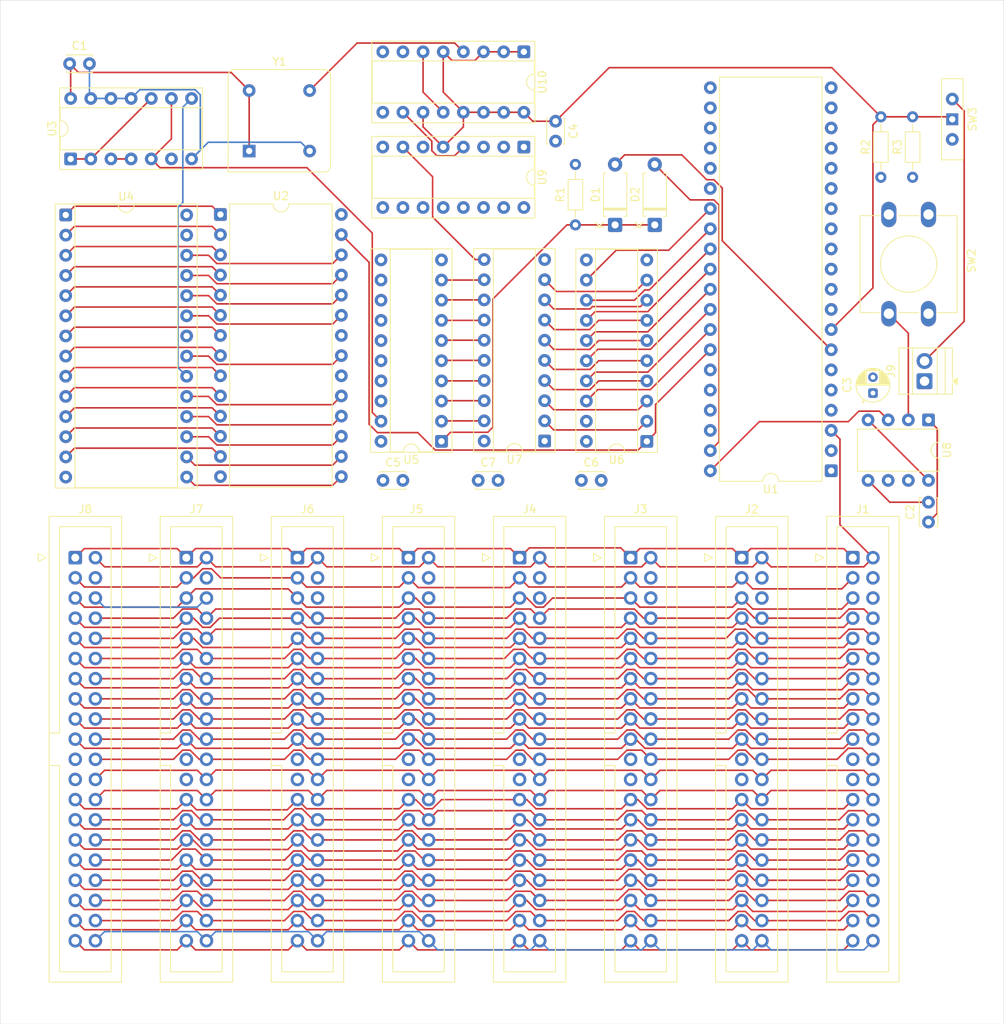
<source format=kicad_pcb>
(kicad_pcb (version 20241229) (generator "pcbnew") (generator_version "9.0")
  (layers (0 "F.Cu" signal) (2 "B.Cu" signal) (13 "F.Paste" user) (15 "B.Paste" user) (5 "F.SilkS" user "F.Silkscreen") (7 "B.SilkS" user "B.Silkscreen") (1 "F.Mask" user) (3 "B.Mask" user) (25 "Edge.Cuts" user))
  (net 0 "")
  (net 1 "GND")
  (net 2 "+5V")
  (net 3 "Net-(D1-K)")
  (net 4 "Net-(D1-A)")
  (net 5 "Net-(D2-A)")
  (net 6 "/D4")
  (net 7 "/D6")
  (net 8 "/A0")
  (net 9 "/R{slash}~{W}")
  (net 10 "/D7")
  (net 11 "/A10")
  (net 12 "/D2")
  (net 13 "/A13")
  (net 14 "/A11")
  (net 15 "/BE")
  (net 16 "/D0")
  (net 17 "/A14")
  (net 18 "/A2")
  (net 19 "/A12")
  (net 20 "Net-(J1-BUS_SEL)")
  (net 21 "/A1")
  (net 22 "/D5")
  (net 23 "/A15")
  (net 24 "/A8")
  (net 25 "/D1")
  (net 26 "/A5")
  (net 27 "/A6")
  (net 28 "/~{IRQ}")
  (net 29 "/RDY")
  (net 30 "/D3")
  (net 31 "/~{RESET}")
  (net 32 "/CLK")
  (net 33 "/A4")
  (net 34 "/~{CLK}")
  (net 35 "/A7")
  (net 36 "/A3")
  (net 37 "/A9")
  (net 38 "/~{NMI}")
  (net 39 "Net-(J3-BUS_SEL)")
  (net 40 "Net-(J4-BUS_SEL)")
  (net 41 "Net-(J6-BUS_SEL)")
  (net 42 "Net-(J7-BUS_SEL)")
  (net 43 "Net-(J9-Pin_2)")
  (net 44 "Net-(U10A-C)")
  (net 52 "Net-(J2-BUS_SEL)")
  (net 64 "Net-(U8-CV)")
  (net 65 "Net-(U8-DIS)")
  (net 66 "Net-(J5-BUS_SEL)")
  (net 67 "Net-(U8-TR)")
  (net 68 "Net-(U2-~{CS})")
  (net 69 "Net-(U3-Pad3)")
  (net 70 "Net-(U3-Pad5)")
  (net 71 "Net-(U5-I1)")
  (net 72 "Net-(U5-I2)")
  (net 73 "Net-(U5-I3)")
  (net 74 "Net-(U5-I7)")
  (net 75 "Net-(U5-I5)")
  (net 76 "Net-(U5-I8)")
  (net 77 "Net-(U5-I4)")
  (net 79 "Net-(U5-I6)")
  (net 81 "Net-(U10B-Q)")
  (net 83 "Net-(U10A-Q)")
  (net 92 "Net-(U1-D3)")
  (net 93 "Net-(U1-D7)")
  (net 94 "Net-(U1-D5)")
  (net 96 "Net-(U1-D0)")
  (net 97 "Net-(U1-D1)")
  (net 99 "Net-(U1-D4)")
  (net 100 "Net-(U1-D2)")
  (net 103 "Net-(U1-D6)")
  (net 104 "Net-(U4-~{CS})")
  (footprint "Package_DIP:DIP-8_W7.62mm" (layer "F.Cu") (at 142 116.38 -90)
    (property "Reference" "U8")
    (property "Value" "NE555P")
  )
  (footprint "Package_DIP:DIP-16_W7.62mm_Socket" (layer "F.Cu") (at 91 70 -90)
    (property "Reference" "U10")
    (property "Value" "74LS109")
  )
  (footprint "Connector_IDC:IDC-Header_2x20_P2.54mm_Vertical" (layer "F.Cu") (at 90.46 133.74)
    (property "Reference" "J4")
    (property "Value" "Expansion Bus")
  )
  (footprint "Capacitor_THT:C_Disc_D3.0mm_W2.0mm_P2.50mm" (layer "F.Cu") (at 98.25 124)
    (property "Reference" "C6")
    (property "Value" ".1u")
  )
  (footprint "Button_Switch_THT:SW_Slide-03_Wuerth-WS-SLTV_10x2.5x6.4_P2.54mm" (layer "F.Cu") (at 145 78.5 -90)
    (property "Reference" "SW3")
    (property "Value" "PWR_ON")
  )
  (footprint "Diode_THT:D_A-405_P7.62mm_Horizontal" (layer "F.Cu") (at 107.5 91.81 90)
    (property "Reference" "D2")
    (property "Value" "D")
  )
  (footprint "Connector_IDC:IDC-Header_2x20_P2.54mm_Vertical" (layer "F.Cu") (at 76.46 133.74)
    (property "Reference" "J5")
    (property "Value" "Expansion Bus")
  )
  (footprint "Connector_IDC:IDC-Header_2x20_P2.54mm_Vertical" (layer "F.Cu") (at 132.46 133.74)
    (property "Reference" "J1")
    (property "Value" "Expansion Bus")
  )
  (footprint "Connector_IDC:IDC-Header_2x20_P2.54mm_Vertical" (layer "F.Cu") (at 48.46 133.74)
    (property "Reference" "J7")
    (property "Value" "Displays")
  )
  (footprint "Resistor_THT:R_Axial_DIN0204_L3.6mm_D1.6mm_P7.62mm_Horizontal" (layer "F.Cu") (at 140 85.81 90)
    (property "Reference" "R3")
    (property "Value" "1k")
  )
  (footprint "Connector_IDC:IDC-Header_2x20_P2.54mm_Vertical" (layer "F.Cu") (at 118.46 133.74)
    (property "Reference" "J2")
    (property "Value" "Expansion Bus")
  )
  (footprint "Diode_THT:D_A-405_P7.62mm_Horizontal" (layer "F.Cu") (at 102.5 91.81 90)
    (property "Reference" "D1")
    (property "Value" "D")
  )
  (footprint "Resistor_THT:R_Axial_DIN0204_L3.6mm_D1.6mm_P7.62mm_Horizontal" (layer "F.Cu") (at 97.5 91.81 90)
    (property "Reference" "R1")
    (property "Value" "1K")
  )
  (footprint "Package_DIP:DIP-20_W7.62mm_Socket" (layer "F.Cu") (at 80.62 119.08 180)
    (property "Reference" "U5")
    (property "Value" "ATF16V8B")
  )
  (footprint "Capacitor_THT:C_Disc_D3.0mm_W2.0mm_P2.50mm" (layer "F.Cu") (at 95 78.75 -90)
    (property "Reference" "C4")
    (property "Value" ".1u")
  )
  (footprint "Capacitor_THT:CP_Radial_D4.0mm_P2.00mm" (layer "F.Cu") (at 135 113 90)
    (property "Reference" "C3")
    (property "Value" ".33u?")
  )
  (footprint "Package_DIP:DIP-40_W15.24mm" (layer "F.Cu") (at 129.74 122.78 180)
    (property "Reference" "U1")
    (property "Value" "W65C816SxP")
  )
  (footprint "Capacitor_THT:C_Disc_D3.4mm_W2.1mm_P2.50mm" (layer "F.Cu") (at 142 129.25 90)
    (property "Reference" "C2")
    (property "Value" ".1u")
  )
  (footprint "Capacitor_THT:C_Disc_D3.0mm_W2.0mm_P2.50mm" (layer "F.Cu") (at 33.75 71.5)
    (property "Reference" "C1")
    (property "Value" ".1u")
  )
  (footprint "Resistor_THT:R_Axial_DIN0204_L3.6mm_D1.6mm_P7.62mm_Horizontal" (layer "F.Cu") (at 136 85.81 90)
    (property "Reference" "R2")
    (property "Value" "1k")
  )
  (footprint "Connector_IDC:IDC-Header_2x20_P2.54mm_Vertical" (layer "F.Cu") (at 34.46 133.74)
    (property "Reference" "J8")
    (property "Value" "Serial")
  )
  (footprint "TerminalBlock:TerminalBlock_Xinya_XY308-2.54-2P_1x02_P2.54mm_Horizontal" (layer "F.Cu") (at 141.5 111.5 90)
    (property "Reference" "J9")
    (property "Value" "PWR IN")
  )
  (footprint "Package_DIP:DIP-28_W15.24mm" (layer "F.Cu") (at 52.76 90.5)
    (property "Reference" "U2")
    (property "Value" "HM62256BLP")
  )
  (footprint "Package_DIP:DIP-20_W7.62mm_Socket" (layer "F.Cu") (at 106.5 119.08 180)
    (property "Reference" "U6")
    (property "Value" "74HC245")
  )
  (footprint "Capacitor_THT:C_Disc_D3.0mm_W2.0mm_P2.50mm" (layer "F.Cu") (at 73.25 124)
    (property "Reference" "C5")
    (property "Value" ".1u")
  )
  (footprint "Package_DIP:DIP-16_W7.62mm_Socket" (layer "F.Cu") (at 91 82 -90)
    (property "Reference" "U9")
    (property "Value" "74LS109")
  )
  (footprint "Package_DIP:DIP-28_W15.24mm_Socket" (layer "F.Cu") (at 33.26 90.56)
    (property "Reference" "U4")
    (property "Value" "28C256")
  )
  (footprint "Package_DIP:DIP-20_W7.62mm_Socket" (layer "F.Cu") (at 93.62 119.04 180)
    (property "Reference" "U7")
    (property "Value" "74LS573")
  )
  (footprint "Oscillator:Oscillator_DIP-8" (layer "F.Cu") (at 56.38 82.5)
    (property "Reference" "Y1")
    (property "Value" "16MHz")
  )
  (footprint "Capacitor_THT:C_Disc_D3.0mm_W2.0mm_P2.50mm" (layer "F.Cu") (at 85.25 124)
    (property "Reference" "C7")
    (property "Value" ".1u")
  )
  (footprint "Connector_IDC:IDC-Header_2x20_P2.54mm_Vertical" (layer "F.Cu") (at 62.46 133.74)
    (property "Reference" "J6")
    (property "Value" "Expansion Bus")
  )
  (footprint "Package_DIP:DIP-14_W7.62mm_Socket" (layer "F.Cu") (at 33.88 83.5 90)
    (property "Reference" "U3")
    (property "Value" "74HC00")
  )
  (footprint "Connector_IDC:IDC-Header_2x20_P2.54mm_Vertical" (layer "F.Cu") (at 104.46 133.74)
    (property "Reference" "J3")
    (property "Value" "Expansion Bus")
  )
  (footprint "Button_Switch_THT:SW_PUSH-12mm" (layer "F.Cu") (at 142 90.5 -90)
    (property "Reference" "SW2")
    (property "Value" "RESET")
  )
  (gr_rect (start 25 63.5) (end 151.5 192.5) (stroke (width 0.05)) (fill no) (layer "Edge.Cuts"))
  (segment (start 34.46 133.74) (end 35.611 132.589) (width 0.2) (layer "F.Cu") (net 1))
  (segment (start 49.611 132.589) (end 61.309 132.589) (width 0.2) (layer "F.Cu") (net 1))
  (segment (start 143.101 128.149) (end 143.101 117.481) (width 0.2) (layer "F.Cu") (net 1))
  (segment (start 90.46 133.74) (end 91.7 132.5) (width 0.2) (layer "F.Cu") (net 1))
  (segment (start 117.309 132.589) (end 118.46 133.74) (width 0.2) (layer "F.Cu") (net 1))
  (segment (start 131.309 132.589) (end 132.46 133.74) (width 0.2) (layer "F.Cu") (net 1))
  (segment (start 142 129.25) (end 143.101 128.149) (width 0.2) (layer "F.Cu") (net 1))
  (segment (start 62.46 133.74) (end 63.611 132.589) (width 0.2) (layer "F.Cu") (net 1))
  (segment (start 35.611 132.589) (end 47.309 132.589) (width 0.2) (layer "F.Cu") (net 1))
  (segment (start 104.46 133.74) (end 105.611 132.589) (width 0.2) (layer "F.Cu") (net 1))
  (segment (start 77.611 132.589) (end 89.309 132.589) (width 0.2) (layer "F.Cu") (net 1))
  (segment (start 119.611 132.589) (end 131.309 132.589) (width 0.2) (layer "F.Cu") (net 1))
  (segment (start 143.101 117.481) (end 142 116.38) (width 0.2) (layer "F.Cu") (net 1))
  (segment (start 63.611 132.589) (end 75.309 132.589) (width 0.2) (layer "F.Cu") (net 1))
  (segment (start 103.22 132.5) (end 104.46 133.74) (width 0.2) (layer "F.Cu") (net 1))
  (segment (start 61.309 132.589) (end 62.46 133.74) (width 0.2) (layer "F.Cu") (net 1))
  (segment (start 48.46 133.74) (end 49.611 132.589) (width 0.2) (layer "F.Cu") (net 1))
  (segment (start 91.7 132.5) (end 103.22 132.5) (width 0.2) (layer "F.Cu") (net 1))
  (segment (start 75.309 132.589) (end 76.46 133.74) (width 0.2) (layer "F.Cu") (net 1))
  (segment (start 118.46 133.74) (end 119.611 132.589) (width 0.2) (layer "F.Cu") (net 1))
  (segment (start 89.309 132.589) (end 90.46 133.74) (width 0.2) (layer "F.Cu") (net 1))
  (segment (start 105.611 132.589) (end 117.309 132.589) (width 0.2) (layer "F.Cu") (net 1))
  (segment (start 47.309 132.589) (end 48.46 133.74) (width 0.2) (layer "F.Cu") (net 1))
  (segment (start 76.46 133.74) (end 77.611 132.589) (width 0.2) (layer "F.Cu") (net 1))
  (segment (start 65 182) (end 66.151 180.849) (width 0.2) (layer "B.Cu") (net 1))
  (segment (start 77.849 180.849) (end 79 182) (width 0.2) (layer "B.Cu") (net 1))
  (segment (start 42.601 74.779) (end 49.57605 74.779) (width 0.2) (layer "B.Cu") (net 1))
  (segment (start 51.221 81.399) (end 62.899 81.399) (width 0.2) (layer "B.Cu") (net 1))
  (segment (start 36.25 75.71) (end 36.42 75.88) (width 0.2) (layer "B.Cu") (net 1))
  (segment (start 49.57605 74.779) (end 50.221 75.42395) (width 0.2) (layer "B.Cu") (net 1))
  (segment (start 119.849 183.151) (end 108.151 183.151) (width 0.2) (layer "B.Cu") (net 1))
  (segment (start 93 182) (end 91.849 183.151) (width 0.2) (layer "B.Cu") (net 1))
  (segment (start 91.849 183.151) (end 80.151 183.151) (width 0.2) (layer "B.Cu") (net 1))
  (segment (start 36.42 75.88) (end 38.96 75.88) (width 0.2) (layer "B.Cu") (net 1))
  (segment (start 37 182) (end 38.151 180.849) (width 0.2) (layer "B.Cu") (net 1))
  (segment (start 107 182) (end 105.849 183.151) (width 0.2) (layer "B.Cu") (net 1))
  (segment (start 66.151 180.849) (end 77.849 180.849) (width 0.2) (layer "B.Cu") (net 1))
  (segment (start 50.221 82.399) (end 49.12 83.5) (width 0.2) (layer "B.Cu") (net 1))
  (segment (start 49.849 180.849) (end 51 182) (width 0.2) (layer "B.Cu") (net 1))
  (segment (start 62.899 81.399) (end 64 82.5) (width 0.2) (layer "B.Cu") (net 1))
  (segment (start 51 182) (end 52.151 180.849) (width 0.2) (layer "B.Cu") (net 1))
  (segment (start 135 182) (end 133.849 183.151) (width 0.2) (layer "B.Cu") (net 1))
  (segment (start 36.25 71.5) (end 36.25 75.71) (width 0.2) (layer "B.Cu") (net 1))
  (segment (start 41.5 75.88) (end 42.601 74.779) (width 0.2) (layer "B.Cu") (net 1))
  (segment (start 49.12 83.5) (end 51.221 81.399) (width 0.2) (layer "B.Cu") (net 1))
  (segment (start 121 182) (end 119.849 183.151) (width 0.2) (layer "B.Cu") (net 1))
  (segment (start 122.151 183.151) (end 121 182) (width 0.2) (layer "B.Cu") (net 1))
  (segment (start 105.849 183.151) (end 94.151 183.151) (width 0.2) (layer "B.Cu") (net 1))
  (segment (start 38.151 180.849) (end 49.849 180.849) (width 0.2) (layer "B.Cu") (net 1))
  (segment (start 133.849 183.151) (end 122.151 183.151) (width 0.2) (layer "B.Cu") (net 1))
  (segment (start 50.221 75.42395) (end 50.221 82.399) (width 0.2) (layer "B.Cu") (net 1))
  (segment (start 80.151 183.151) (end 79 182) (width 0.2) (layer "B.Cu") (net 1))
  (segment (start 108.151 183.151) (end 107 182) (width 0.2) (layer "B.Cu") (net 1))
  (segment (start 63.849 180.849) (end 65 182) (width 0.2) (layer "B.Cu") (net 1))
  (segment (start 52.151 180.849) (end 63.849 180.849) (width 0.2) (layer "B.Cu") (net 1))
  (segment (start 94.151 183.151) (end 93 182) (width 0.2) (layer "B.Cu") (net 1))
  (segment (start 38.96 75.88) (end 41.5 75.88) (width 0.2) (layer "B.Cu") (net 1))
  (segment (start 107 133.74) (end 108.151 134.891) (width 0.2) (layer "F.Cu") (net 2))
  (segment (start 77.849 134.891) (end 79 133.74) (width 0.2) (layer "F.Cu") (net 2))
  (segment (start 92.13 78.75) (end 91 77.62) (width 0.2) (layer "F.Cu") (net 2))
  (segment (start 108.151 134.891) (end 119.849 134.891) (width 0.2) (layer "F.Cu") (net 2))
  (segment (start 132.46 182) (end 131.309 183.151) (width 0.2) (layer "F.Cu") (net 2))
  (segment (start 130.841 129.581) (end 135 133.74) (width 0.2) (layer "F.Cu") (net 2))
  (segment (start 33.88 75.88) (end 33.88 71.63) (width 0.2) (layer "F.Cu") (net 2))
  (segment (start 136 78.19) (end 129.81 72) (width 0.2) (layer "F.Cu") (net 2))
  (segment (start 105.849 134.891) (end 94.151 134.891) (width 0.2) (layer "F.Cu") (net 2))
  (segment (start 56.38 82.5) (end 56.38 74.88) (width 0.2) (layer "F.Cu") (net 2))
  (segment (start 91.611 183.151) (end 90.46 182) (width 0.2) (layer "F.Cu") (net 2))
  (segment (start 134.999 79.191) (end 134.999 99.741) (width 0.2) (layer "F.Cu") (net 2))
  (segment (start 63.849 134.891) (end 65 133.74) (width 0.2) (layer "F.Cu") (net 2))
  (segment (start 122.151 134.891) (end 121 133.74) (width 0.2) (layer "F.Cu") (net 2))
  (segment (start 61.309 183.151) (end 49.611 183.151) (width 0.2) (layer "F.Cu") (net 2))
  (segment (start 63.611 183.151) (end 62.46 182) (width 0.2) (layer "F.Cu") (net 2))
  (segment (start 140 78.19) (end 136 78.19) (width 0.2) (layer "F.Cu") (net 2))
  (segment (start 101.75 72) (end 95 78.75) (width 0.2) (layer "F.Cu") (net 2))
  (segment (start 95 78.75) (end 92.13 78.75) (width 0.2) (layer "F.Cu") (net 2))
  (segment (start 142 124) (end 134.38 116.38) (width 0.2) (layer "F.Cu") (net 2))
  (segment (start 79 133.74) (end 80.151 134.891) (width 0.2) (layer "F.Cu") (net 2))
  (segment (start 47.309 183.151) (end 35.611 183.151) (width 0.2) (layer "F.Cu") (net 2))
  (segment (start 83.38 79.46) (end 80.84 82) (width 0.2) (layer "F.Cu") (net 2))
  (segment (start 91 70) (end 88.46 70) (width 0.2) (layer "F.Cu") (net 2))
  (segment (start 103.309 183.151) (end 91.611 183.151) (width 0.2) (layer "F.Cu") (net 2))
  (segment (start 119.611 183.151) (end 118.46 182) (width 0.2) (layer "F.Cu") (net 2))
  (segment (start 62.46 182) (end 61.309 183.151) (width 0.2) (layer "F.Cu") (net 2))
  (segment (start 83.38 77.62) (end 83.38 79.46) (width 0.2) (layer "F.Cu") (net 2))
  (segment (start 85.92 77.62) (end 88.46 77.62) (width 0.2) (layer "F.Cu") (net 2))
  (segment (start 80.151 134.891) (end 91.849 134.891) (width 0.2) (layer "F.Cu") (net 2))
  (segment (start 76.46 182) (end 75.309 183.151) (width 0.2) (layer "F.Cu") (net 2))
  (segment (start 91.849 134.891) (end 93 133.74) (width 0.2) (layer "F.Cu") (net 2))
  (segment (start 78.3 77.62) (end 78.3 79.46) (width 0.2) (layer "F.Cu") (net 2))
  (segment (start 129.74 117.7) (end 130.841 118.801) (width 0.2) (layer "F.Cu") (net 2))
  (segment (start 80.84 70) (end 80.84 75.08) (width 0.2) (layer "F.Cu") (net 2))
  (segment (start 56.38 74.88) (end 54.101 72.601) (width 0.2) (layer "F.Cu") (net 2))
  (segment (start 133.849 134.891) (end 122.151 134.891) (width 0.2) (layer "F.Cu") (net 2))
  (segment (start 134.999 99.741) (end 129.74 105) (width 0.2) (layer "F.Cu") (net 2))
  (segment (start 80.84 75.08) (end 83.38 77.62) (width 0.2) (layer "F.Cu") (net 2))
  (segment (start 140 78.19) (end 144.69 78.19) (width 0.2) (layer "F.Cu") (net 2))
  (segment (start 144.69 78.19) (end 145 78.5) (width 0.2) (layer "F.Cu") (net 2))
  (segment (start 78.3 79.46) (end 80.84 82) (width 0.2) (layer "F.Cu") (net 2))
  (segment (start 38.151 134.891) (end 49.849 134.891) (width 0.2) (layer "F.Cu") (net 2))
  (segment (start 104.46 182) (end 103.309 183.151) (width 0.2) (layer "F.Cu") (net 2))
  (segment (start 33.88 71.63) (end 33.75 71.5) (width 0.2) (layer "F.Cu") (net 2))
  (segment (start 90.46 182) (end 89.309 183.151) (width 0.2) (layer "F.Cu") (net 2))
  (segment (start 84.819 71.101) (end 85.92 70) (width 0.2) (layer "F.Cu") (net 2))
  (segment (start 107 133.74) (end 105.849 134.891) (width 0.2) (layer "F.Cu") (net 2))
  (segment (start 48.46 182) (end 47.309 183.151) (width 0.2) (layer "F.Cu") (net 2))
  (segment (start 89.309 183.151) (end 77.611 183.151) (width 0.2) (layer "F.Cu") (net 2))
  (segment (start 49.849 134.891) (end 51 133.74) (width 0.2) (layer "F.Cu") (net 2))
  (segment (start 119.849 134.891) (end 121 133.74) (width 0.2) (layer "F.Cu") (net 2))
  (segment (start 129.81 72) (end 101.75 72) (width 0.2) (layer "F.Cu") (net 2))
  (segment (start 88.46 70) (end 85.92 70) (width 0.2) (layer "F.Cu") (net 2))
  (segment (start 65 133.74) (end 66.151 134.891) (width 0.2) (layer "F.Cu") (net 2))
  (segment (start 34.851 72.601) (end 33.75 71.5) (width 0.2) (layer "F.Cu") (net 2))
  (segment (start 118.46 182) (end 117.309 183.151) (width 0.2) (layer "F.Cu") (net 2))
  (segment (start 54.101 72.601) (end 34.851 72.601) (width 0.2) (layer "F.Cu") (net 2))
  (segment (start 131.309 183.151) (end 119.611 183.151) (width 0.2) (layer "F.Cu") (net 2))
  (segment (start 35.611 183.151) (end 34.46 182) (width 0.2) (layer "F.Cu") (net 2))
  (segment (start 75.309 183.151) (end 63.611 183.151) (width 0.2) (layer "F.Cu") (net 2))
  (segment (start 77.611 183.151) (end 76.46 182) (width 0.2) (layer "F.Cu") (net 2))
  (segment (start 66.151 134.891) (end 77.849 134.891) (width 0.2) (layer "F.Cu") (net 2))
  (segment (start 94.151 134.891) (end 93 133.74) (width 0.2) (layer "F.Cu") (net 2))
  (segment (start 49.611 183.151) (end 48.46 182) (width 0.2) (layer "F.Cu") (net 2))
  (segment (start 83.38 77.62) (end 85.92 77.62) (width 0.2) (layer "F.Cu") (net 2))
  (segment (start 130.841 118.801) (end 130.841 129.581) (width 0.2) (layer "F.Cu") (net 2))
  (segment (start 105.611 183.151) (end 104.46 182) (width 0.2) (layer "F.Cu") (net 2))
  (segment (start 88.46 77.62) (end 91 77.62) (width 0.2) (layer "F.Cu") (net 2))
  (segment (start 136 78.19) (end 134.999 79.191) (width 0.2) (layer "F.Cu") (net 2))
  (segment (start 51 133.74) (end 52.151 134.891) (width 0.2) (layer "F.Cu") (net 2))
  (segment (start 37 133.74) (end 38.151 134.891) (width 0.2) (layer "F.Cu") (net 2))
  (segment (start 81.941 71.101) (end 84.819 71.101) (width 0.2) (layer "F.Cu") (net 2))
  (segment (start 117.309 183.151) (end 105.611 183.151) (width 0.2) (layer "F.Cu") (net 2))
  (segment (start 135 133.74) (end 133.849 134.891) (width 0.2) (layer "F.Cu") (net 2))
  (segment (start 80.84 70) (end 81.941 71.101) (width 0.2) (layer "F.Cu") (net 2))
  (segment (start 52.151 134.891) (end 63.849 134.891) (width 0.2) (layer "F.Cu") (net 2))
  (segment (start 81.761 117.939) (end 80.62 119.08) (width 0.2) (layer "F.Cu") (net 3))
  (segment (start 97.5 91.81) (end 96.43295 91.81) (width 0.2) (layer "F.Cu") (net 3))
  (segment (start 86.45605 117.939) (end 81.761 117.939) (width 0.2) (layer "F.Cu") (net 3))
  (segment (start 87.101 117.29405) (end 86.45605 117.939) (width 0.2) (layer "F.Cu") (net 3))
  (segment (start 102.5 91.81) (end 97.5 91.81) (width 0.2) (layer "F.Cu") (net 3))
  (segment (start 87.101 101.14195) (end 87.101 117.29405) (width 0.2) (layer "F.Cu") (net 3))
  (segment (start 107.5 91.81) (end 102.5 91.81) (width 0.2) (layer "F.Cu") (net 3))
  (segment (start 96.43295 91.81) (end 87.101 101.14195) (width 0.2) (layer "F.Cu") (net 3))
  (segment (start 102.5 84.19) (end 103.701 82.989) (width 0.2) (layer "F.Cu") (net 4))
  (segment (start 103.701 82.989) (end 110.91395 82.989) (width 0.2) (layer "F.Cu") (net 4))
  (segment (start 110.91395 82.989) (end 114.04395 86.119) (width 0.2) (layer "F.Cu") (net 4))
  (segment (start 114.04395 86.119) (end 114.95605 86.119) (width 0.2) (layer "F.Cu") (net 4))
  (segment (start 116.002 87.16495) (end 116.002 93.802) (width 0.2) (layer "F.Cu") (net 4))
  (segment (start 114.95605 86.119) (end 116.002 87.16495) (width 0.2) (layer "F.Cu") (net 4))
  (segment (start 116.002 93.802) (end 129.74 107.54) (width 0.2) (layer "F.Cu") (net 4))
  (segment (start 115.601 119.139) (end 114.5 120.24) (width 0.2) (layer "F.Cu") (net 5))
  (segment (start 107.5 84.19) (end 111.969 88.659) (width 0.2) (layer "F.Cu") (net 5))
  (segment (start 111.969 88.659) (end 114.95605 88.659) (width 0.2) (layer "F.Cu") (net 5))
  (segment (start 114.95605 88.659) (end 115.601 89.30395) (width 0.2) (layer "F.Cu") (net 5))
  (segment (start 115.601 89.30395) (end 115.601 119.139) (width 0.2) (layer "F.Cu") (net 5))
  (segment (start 90.46 146.44) (end 91.611 147.591) (width 0.2) (layer "F.Cu") (net 6))
  (segment (start 119.611 147.591) (end 131.309 147.591) (width 0.2) (layer "F.Cu") (net 6))
  (segment (start 99.31705 107.5) (end 94.78 107.5) (width 0.2) (layer "F.Cu") (net 6))
  (segment (start 89.309 147.591) (end 78.52324 147.591) (width 0.2) (layer "F.Cu") (net 6))
  (segment (start 47.309 147.591) (end 48.46 146.44) (width 0.2) (layer "F.Cu") (net 6))
  (segment (start 78.52324 147.591) (end 77.37224 146.44) (width 0.2) (layer "F.Cu") (net 6))
  (segment (start 131.309 147.591) (end 132.46 146.44) (width 0.2) (layer "F.Cu") (net 6))
  (segment (start 117.309 147.591) (end 118.46 146.44) (width 0.2) (layer "F.Cu") (net 6))
  (segment (start 48.46 146.44) (end 49.611 147.591) (width 0.2) (layer "F.Cu") (net 6))
  (segment (start 62.46 146.44) (end 63.611 147.591) (width 0.2) (layer "F.Cu") (net 6))
  (segment (start 63.611 147.591) (end 75.309 147.591) (width 0.2) (layer "F.Cu") (net 6))
  (segment (start 91.611 147.591) (end 103.309 147.591) (width 0.2) (layer "F.Cu") (net 6))
  (segment (start 48.5 121.04) (end 49.541 122.081) (width 0.2) (layer "F.Cu") (net 6))
  (segment (start 75.309 147.591) (end 76.46 146.44) (width 0.2) (layer "F.Cu") (net 6))
  (segment (start 49.611 147.591) (end 61.309 147.591) (width 0.2) (layer "F.Cu") (net 6))
  (segment (start 104.46 146.44) (end 105.611 147.591) (width 0.2) (layer "F.Cu") (net 6))
  (segment (start 61.309 147.591) (end 62.46 146.44) (width 0.2) (layer "F.Cu") (net 6))
  (segment (start 106.5 106.38) (end 100.43705 106.38) (width 0.2) (layer "F.Cu") (net 6))
  (segment (start 66.899 122.081) (end 68 120.98) (width 0.2) (layer "F.Cu") (net 6))
  (segment (start 77.37224 146.44) (end 76.46 146.44) (width 0.2) (layer "F.Cu") (net 6))
  (segment (start 34.46 146.44) (end 35.611 147.591) (width 0.2) (layer "F.Cu") (net 6))
  (segment (start 103.309 147.591) (end 104.46 146.44) (width 0.2) (layer "F.Cu") (net 6))
  (segment (start 94.78 107.5) (end 93.62 106.34) (width 0.2) (layer "F.Cu") (net 6))
  (segment (start 49.541 122.081) (end 66.899 122.081) (width 0.2) (layer "F.Cu") (net 6))
  (segment (start 35.611 147.591) (end 47.309 147.591) (width 0.2) (layer "F.Cu") (net 6))
  (segment (start 90.46 146.44) (end 89.309 147.591) (width 0.2) (layer "F.Cu") (net 6))
  (segment (start 118.46 146.44) (end 119.611 147.591) (width 0.2) (layer "F.Cu") (net 6))
  (segment (start 105.611 147.591) (end 117.309 147.591) (width 0.2) (layer "F.Cu") (net 6))
  (segment (start 100.43705 106.38) (end 99.31705 107.5) (width 0.2) (layer "F.Cu") (net 6))
  (segment (start 118.46 151.52) (end 119.611 152.671) (width 0.2) (layer "F.Cu") (net 7))
  (segment (start 47.309 152.671) (end 35.611 152.671) (width 0.2) (layer "F.Cu") (net 7))
  (segment (start 78.52324 152.671) (end 77.37224 151.52) (width 0.2) (layer "F.Cu") (net 7))
  (segment (start 104.46 151.52) (end 105.611 152.671) (width 0.2) (layer "F.Cu") (net 7))
  (segment (start 90.46 151.52) (end 91.611 152.671) (width 0.2) (layer "F.Cu") (net 7))
  (segment (start 48.5 115.96) (end 51.26295 115.96) (width 0.2) (layer "F.Cu") (net 7))
  (segment (start 63.611 152.671) (end 62.46 151.52) (width 0.2) (layer "F.Cu") (net 7))
  (segment (start 99.33605 102.401) (end 94.761 102.401) (width 0.2) (layer "F.Cu") (net 7))
  (segment (start 49.611 152.671) (end 48.46 151.52) (width 0.2) (layer "F.Cu") (net 7))
  (segment (start 48.46 151.52) (end 47.309 152.671) (width 0.2) (layer "F.Cu") (net 7))
  (segment (start 131.309 152.671) (end 132.46 151.52) (width 0.2) (layer "F.Cu") (net 7))
  (segment (start 77.37224 151.52) (end 76.46 151.52) (width 0.2) (layer "F.Cu") (net 7))
  (segment (start 89.309 152.671) (end 78.52324 152.671) (width 0.2) (layer "F.Cu") (net 7))
  (segment (start 61.309 152.671) (end 49.611 152.671) (width 0.2) (layer "F.Cu") (net 7))
  (segment (start 90.46 151.52) (end 89.309 152.671) (width 0.2) (layer "F.Cu") (net 7))
  (segment (start 105.700001 102.099999) (end 99.637051 102.099999) (width 0.2) (layer "F.Cu") (net 7))
  (segment (start 75.309 152.671) (end 63.611 152.671) (width 0.2) (layer "F.Cu") (net 7))
  (segment (start 76.46 151.52) (end 75.309 152.671) (width 0.2) (layer "F.Cu") (net 7))
  (segment (start 52.30395 117.001) (end 66.899 117.001) (width 0.2) (layer "F.Cu") (net 7))
  (segment (start 103.309 152.671) (end 104.46 151.52) (width 0.2) (layer "F.Cu") (net 7))
  (segment (start 51.26295 115.96) (end 52.30395 117.001) (width 0.2) (layer "F.Cu") (net 7))
  (segment (start 99.637051 102.099999) (end 99.33605 102.401) (width 0.2) (layer "F.Cu") (net 7))
  (segment (start 66.899 117.001) (end 68 115.9) (width 0.2) (layer "F.Cu") (net 7))
  (segment (start 62.46 151.52) (end 61.309 152.671) (width 0.2) (layer "F.Cu") (net 7))
  (segment (start 105.611 152.671) (end 117.309 152.671) (width 0.2) (layer "F.Cu") (net 7))
  (segment (start 91.611 152.671) (end 103.309 152.671) (width 0.2) (layer "F.Cu") (net 7))
  (segment (start 35.611 152.671) (end 34.46 151.52) (width 0.2) (layer "F.Cu") (net 7))
  (segment (start 106.5 101.3) (end 105.700001 102.099999) (width 0.2) (layer "F.Cu") (net 7))
  (segment (start 119.611 152.671) (end 131.309 152.671) (width 0.2) (layer "F.Cu") (net 7))
  (segment (start 94.761 102.401) (end 93.62 101.26) (width 0.2) (layer "F.Cu") (net 7))
  (segment (start 117.309 152.671) (end 118.46 151.52) (width 0.2) (layer "F.Cu") (net 7))
  (segment (start 75.98324 178.309) (end 76.93676 178.309) (width 0.2) (layer "F.Cu") (net 8))
  (segment (start 120.08776 179.46) (end 121 179.46) (width 0.2) (layer "F.Cu") (net 8))
  (segment (start 103.98324 178.309) (end 104.93676 178.309) (width 0.2) (layer "F.Cu") (net 8))
  (segment (start 117.98324 178.309) (end 118.93676 178.309) (width 0.2) (layer "F.Cu") (net 8))
  (segment (start 133.849 178.309) (end 135 179.46) (width 0.2) (layer "F.Cu") (net 8))
  (segment (start 121 179.46) (end 130.83224 179.46) (width 0.2) (layer "F.Cu") (net 8))
  (segment (start 104.93676 178.309) (end 106.08776 179.46) (width 0.2) (layer "F.Cu") (net 8))
  (segment (start 65 179.46) (end 74.83224 179.46) (width 0.2) (layer "F.Cu") (net 8))
  (segment (start 64.4329 179.46) (end 65 179.46) (width 0.2) (layer "F.Cu") (net 8))
  (segment (start 37 179.46) (end 46.83224 179.46) (width 0.2) (layer "F.Cu") (net 8))
  (segment (start 63.2819 178.309) (end 64.4329 179.46) (width 0.2) (layer "F.Cu") (net 8))
  (segment (start 106.08776 179.46) (end 107 179.46) (width 0.2) (layer "F.Cu") (net 8))
  (segment (start 79 179.46) (end 88.83224 179.46) (width 0.2) (layer "F.Cu") (net 8))
  (segment (start 51 179.46) (end 60.83224 179.46) (width 0.2) (layer "F.Cu") (net 8))
  (segment (start 46.83224 179.46) (end 47.98324 178.309) (width 0.2) (layer "F.Cu") (net 8))
  (segment (start 91.849 178.309) (end 93 179.46) (width 0.2) (layer "F.Cu") (net 8))
  (segment (start 93 179.46) (end 102.83224 179.46) (width 0.2) (layer "F.Cu") (net 8))
  (segment (start 107 179.46) (end 116.83224 179.46) (width 0.2) (layer "F.Cu") (net 8))
  (segment (start 116.83224 179.46) (end 117.98324 178.309) (width 0.2) (layer "F.Cu") (net 8))
  (segment (start 78.08776 179.46) (end 79 179.46) (width 0.2) (layer "F.Cu") (net 8))
  (segment (start 61.98324 178.309) (end 63.2819 178.309) (width 0.2) (layer "F.Cu") (net 8))
  (segment (start 47.98324 178.309) (end 49.849 178.309) (width 0.2) (layer "F.Cu") (net 8))
  (segment (start 131.98324 178.309) (end 133.849 178.309) (width 0.2) (layer "F.Cu") (net 8))
  (segment (start 33.26 113.42) (end 34.361 112.319) (width 0.2) (layer "F.Cu") (net 8))
  (segment (start 76.93676 178.309) (end 78.08776 179.46) (width 0.2) (layer "F.Cu") (net 8))
  (segment (start 88.83224 179.46) (end 89.98324 178.309) (width 0.2) (layer "F.Cu") (net 8))
  (segment (start 74.83224 179.46) (end 75.98324 178.309) (width 0.2) (layer "F.Cu") (net 8))
  (segment (start 130.83224 179.46) (end 131.98324 178.309) (width 0.2) (layer "F.Cu") (net 8))
  (segment (start 51.719 112.319) (end 52.76 113.36) (width 0.2) (layer "F.Cu") (net 8))
  (segment (start 118.93676 178.309) (end 120.08776 179.46) (width 0.2) (layer "F.Cu") (net 8))
  (segment (start 34.361 112.319) (end 51.719 112.319) (width 0.2) (layer "F.Cu") (net 8))
  (segment (start 89.98324 178.309) (end 91.849 178.309) (width 0.2) (layer "F.Cu") (net 8))
  (segment (start 60.83224 179.46) (end 61.98324 178.309) (width 0.2) (layer "F.Cu") (net 8))
  (segment (start 49.849 178.309) (end 51 179.46) (width 0.2) (layer "F.Cu") (net 8))
  (segment (start 102.83224 179.46) (end 103.98324 178.309) (width 0.2) (layer "F.Cu") (net 8))
  (segment (start 92.57224 170.5) (end 103.26 170.5) (width 0.2) (layer "F.Cu") (net 9))
  (segment (start 72.54395 117.979) (end 77.63284 117.979) (width 0.2) (layer "F.Cu") (net 9))
  (segment (start 105.399 120.181) (end 106.5 119.08) (width 0.2) (layer "F.Cu") (net 9))
  (segment (start 89.309 170.451) (end 90.46 169.3) (width 0.2) (layer "F.Cu") (net 9))
  (segment (start 62.46 169.3) (end 63.849 170.689) (width 0.2) (layer "F.Cu") (net 9))
  (segment (start 76.46 169.3) (end 77.611 170.451) (width 0.2) (layer "F.Cu") (net 9))
  (segment (start 48.46 169.3) (end 49.3 169.3) (width 0.2) (layer "F.Cu") (net 9))
  (segment (start 35.611 170.451) (end 47.309 170.451) (width 0.2) (layer "F.Cu") (net 9))
  (segment (start 107.601 114.439) (end 114.5 107.54) (width 0.2) (layer "F.Cu") (net 9))
  (segment (start 77.611 170.451) (end 89.309 170.451) (width 0.2) (layer "F.Cu") (net 9))
  (segment (start 71.498 96.538) (end 71.498 116.93305) (width 0.2) (layer "F.Cu") (net 9))
  (segment (start 91.37224 169.3) (end 92.57224 170.5) (width 0.2) (layer "F.Cu") (net 9))
  (segment (start 118.46 169.3) (end 119.611 170.451) (width 0.2) (layer "F.Cu") (net 9))
  (segment (start 105.37224 169.3) (end 106.57224 170.5) (width 0.2) (layer "F.Cu") (net 9))
  (segment (start 61.26 170.5) (end 62.46 169.3) (width 0.2) (layer "F.Cu") (net 9))
  (segment (start 79.83484 120.181) (end 105.399 120.181) (width 0.2) (layer "F.Cu") (net 9))
  (segment (start 50.5 170.5) (end 61.26 170.5) (width 0.2) (layer "F.Cu") (net 9))
  (segment (start 63.849 170.689) (end 75.071 170.689) (width 0.2) (layer "F.Cu") (net 9))
  (segment (start 106.5 119.08) (end 107.601 117.979) (width 0.2) (layer "F.Cu") (net 9))
  (segment (start 107.601 117.979) (end 107.601 114.439) (width 0.2) (layer "F.Cu") (net 9))
  (segment (start 103.26 170.5) (end 104.46 169.3) (width 0.2) (layer "F.Cu") (net 9))
  (segment (start 34.46 169.3) (end 35.611 170.451) (width 0.2) (layer "F.Cu") (net 9))
  (segment (start 106.57224 170.5) (end 117.26 170.5) (width 0.2) (layer "F.Cu") (net 9))
  (segment (start 77.63284 117.979) (end 79.83484 120.181) (width 0.2) (layer "F.Cu") (net 9))
  (segment (start 71.498 116.93305) (end 72.54395 117.979) (width 0.2) (layer "F.Cu") (net 9))
  (segment (start 131.309 170.451) (end 132.46 169.3) (width 0.2) (layer "F.Cu") (net 9))
  (segment (start 47.309 170.451) (end 48.46 169.3) (width 0.2) (layer "F.Cu") (net 9))
  (segment (start 90.46 169.3) (end 91.37224 169.3) (width 0.2) (layer "F.Cu") (net 9))
  (segment (start 117.26 170.5) (end 118.46 169.3) (width 0.2) (layer "F.Cu") (net 9))
  (segment (start 104.46 169.3) (end 105.37224 169.3) (width 0.2) (layer "F.Cu") (net 9))
  (segment (start 68 93.04) (end 71.498 96.538) (width 0.2) (layer "F.Cu") (net 9))
  (segment (start 119.611 170.451) (end 131.309 170.451) (width 0.2) (layer "F.Cu") (net 9))
  (segment (start 49.3 169.3) (end 50.5 170.5) (width 0.2) (layer "F.Cu") (net 9))
  (segment (start 75.071 170.689) (end 76.46 169.3) (width 0.2) (layer "F.Cu") (net 9))
  (segment (start 35.611 155.211) (end 47.309 155.211) (width 0.2) (layer "F.Cu") (net 10))
  (segment (start 34.46 154.06) (end 35.611 155.211) (width 0.2) (layer "F.Cu") (net 10))
  (segment (start 117.309 155.211) (end 105.611 155.211) (width 0.2) (layer "F.Cu") (net 10))
  (segment (start 93.62 98.72) (end 95.099 100.199) (width 0.2) (layer "F.Cu") (net 10))
  (segment (start 78.52324 155.211) (end 89.309 155.211) (width 0.2) (layer "F.Cu") (net 10))
  (segment (start 89.309 155.211) (end 90.46 154.06) (width 0.2) (layer "F.Cu") (net 10))
  (segment (start 118.46 154.06) (end 119.611 155.211) (width 0.2) (layer "F.Cu") (net 10))
  (segment (start 76.46 154.06) (end 77.37224 154.06) (width 0.2) (layer "F.Cu") (net 10))
  (segment (start 77.37224 154.06) (end 78.52324 155.211) (width 0.2) (layer "F.Cu") (net 10))
  (segment (start 90.46 154.06) (end 91.611 155.211) (width 0.2) (layer "F.Cu") (net 10))
  (segment (start 105.611 155.211) (end 104.46 154.06) (width 0.2) (layer "F.Cu") (net 10))
  (segment (start 49.611 155.211) (end 61.309 155.211) (width 0.2) (layer "F.Cu") (net 10))
  (segment (start 131.309 155.211) (end 132.46 154.06) (width 0.2) (layer "F.Cu") (net 10))
  (segment (start 75.309 155.211) (end 76.46 154.06) (width 0.2) (layer "F.Cu") (net 10))
  (segment (start 119.611 155.211) (end 131.309 155.211) (width 0.2) (layer "F.Cu") (net 10))
  (segment (start 47.309 155.211) (end 48.46 154.06) (width 0.2) (layer "F.Cu") (net 10))
  (segment (start 51.26295 113.42) (end 52.30395 114.461) (width 0.2) (layer "F.Cu") (net 10))
  (segment (start 95.099 100.199) (end 105.061 100.199) (width 0.2) (layer "F.Cu") (net 10))
  (segment (start 118.46 154.06) (end 117.309 155.211) (width 0.2) (layer "F.Cu") (net 10))
  (segment (start 52.30395 114.461) (end 66.899 114.461) (width 0.2) (layer "F.Cu") (net 10))
  (segment (start 91.611 155.211) (end 103.309 155.211) (width 0.2) (layer "F.Cu") (net 10))
  (segment (start 61.309 155.211) (end 62.46 154.06) (width 0.2) (layer "F.Cu") (net 10))
  (segment (start 63.611 155.211) (end 75.309 155.211) (width 0.2) (layer "F.Cu") (net 10))
  (segment (start 62.46 154.06) (end 63.611 155.211) (width 0.2) (layer "F.Cu") (net 10))
  (segment (start 103.309 155.211) (end 104.46 154.06) (width 0.2) (layer "F.Cu") (net 10))
  (segment (start 66.899 114.461) (end 68 113.36) (width 0.2) (layer "F.Cu") (net 10))
  (segment (start 105.061 100.199) (end 106.5 98.76) (width 0.2) (layer "F.Cu") (net 10))
  (segment (start 48.5 113.42) (end 51.26295 113.42) (width 0.2) (layer "F.Cu") (net 10))
  (segment (start 48.46 154.06) (end 49.611 155.211) (width 0.2) (layer "F.Cu") (net 10))
  (segment (start 51 154.06) (end 60.83224 154.06) (width 0.2) (layer "F.Cu") (net 11))
  (segment (start 74.83224 154.06) (end 75.98324 152.909) (width 0.2) (layer "F.Cu") (net 11))
  (segment (start 89.98324 152.909) (end 90.93676 152.909) (width 0.2) (layer "F.Cu") (net 11))
  (segment (start 93 154.06) (end 102.83224 154.06) (width 0.2) (layer "F.Cu") (net 11))
  (segment (start 46.83224 154.06) (end 47.98324 152.909) (width 0.2) (layer "F.Cu") (net 11))
  (segment (start 61.98324 152.909) (end 63.2819 152.909) (width 0.2) (layer "F.Cu") (net 11))
  (segment (start 130.83224 154.06) (end 131.98324 152.909) (width 0.2) (layer "F.Cu") (net 11))
  (segment (start 117.98324 152.909) (end 118.93676 152.909) (width 0.2) (layer "F.Cu") (net 11))
  (segment (start 120.08776 154.06) (end 121 154.06) (width 0.2) (layer "F.Cu") (net 11))
  (segment (start 48.93676 152.909) (end 50.08776 154.06) (width 0.2) (layer "F.Cu") (net 11))
  (segment (start 79 154.06) (end 88.83224 154.06) (width 0.2) (layer "F.Cu") (net 11))
  (segment (start 51.26295 108.34) (end 52.30395 109.381) (width 0.2) (layer "F.Cu") (net 11))
  (segment (start 103.98324 152.909) (end 104.93676 152.909) (width 0.2) (layer "F.Cu") (net 11))
  (segment (start 47.98324 152.909) (end 48.93676 152.909) (width 0.2) (layer "F.Cu") (net 11))
  (segment (start 121 154.06) (end 130.83224 154.06) (width 0.2) (layer "F.Cu") (net 11))
  (segment (start 92.08776 154.06) (end 93 154.06) (width 0.2) (layer "F.Cu") (net 11))
  (segment (start 106.08776 154.06) (end 107 154.06) (width 0.2) (layer "F.Cu") (net 11))
  (segment (start 64.4329 154.06) (end 65 154.06) (width 0.2) (layer "F.Cu") (net 11))
  (segment (start 131.98324 152.909) (end 133.849 152.909) (width 0.2) (layer "F.Cu") (net 11))
  (segment (start 116.83224 154.06) (end 117.98324 152.909) (width 0.2) (layer "F.Cu") (net 11))
  (segment (start 63.2819 152.909) (end 64.4329 154.06) (width 0.2) (layer "F.Cu") (net 11))
  (segment (start 37 154.06) (end 46.83224 154.06) (width 0.2) (layer "F.Cu") (net 11))
  (segment (start 88.83224 154.06) (end 89.98324 152.909) (width 0.2) (layer "F.Cu") (net 11))
  (segment (start 133.849 152.909) (end 135 154.06) (width 0.2) (layer "F.Cu") (net 11))
  (segment (start 65 154.06) (end 74.83224 154.06) (width 0.2) (layer "F.Cu") (net 11))
  (segment (start 50.08776 154.06) (end 51 154.06) (width 0.2) (layer "F.Cu") (net 11))
  (segment (start 66.899 109.381) (end 68 108.28) (width 0.2) (layer "F.Cu") (net 11))
  (segment (start 107 154.06) (end 116.83224 154.06) (width 0.2) (layer "F.Cu") (net 11))
  (segment (start 77.849 152.909) (end 79 154.06) (width 0.2) (layer "F.Cu") (net 11))
  (segment (start 75.98324 152.909) (end 77.849 152.909) (width 0.2) (layer "F.Cu") (net 11))
  (segment (start 60.83224 154.06) (end 61.98324 152.909) (width 0.2) (layer "F.Cu") (net 11))
  (segment (start 104.93676 152.909) (end 106.08776 154.06) (width 0.2) (layer "F.Cu") (net 11))
  (segment (start 102.83224 154.06) (end 103.98324 152.909) (width 0.2) (layer "F.Cu") (net 11))
  (segment (start 52.30395 109.381) (end 66.899 109.381) (width 0.2) (layer "F.Cu") (net 11))
  (segment (start 118.93676 152.909) (end 120.08776 154.06) (width 0.2) (layer "F.Cu") (net 11))
  (segment (start 48.5 108.34) (end 51.26295 108.34) (width 0.2) (layer "F.Cu") (net 11))
  (segment (start 90.93676 152.909) (end 92.08776 154.06) (width 0.2) (layer "F.Cu") (net 11))
  (segment (start 75.309 142.511) (end 76.46 141.36) (width 0.2) (layer "F.Cu") (net 12))
  (segment (start 62.46 141.36) (end 63.611 142.511) (width 0.2) (layer "F.Cu") (net 12))
  (segment (start 106.5 111.46) (end 100.43705 111.46) (width 0.2) (layer "F.Cu") (net 12))
  (segment (start 103.309 142.511) (end 104.46 141.36) (width 0.2) (layer "F.Cu") (net 12))
  (segment (start 52.62776 141.36) (end 62.46 141.36) (width 0.2) (layer "F.Cu") (net 12))
  (segment (start 94.761 112.561) (end 93.62 111.42) (width 0.2) (layer "F.Cu") (net 12))
  (segment (start 51.47676 142.511) (end 52.62776 141.36) (width 0.2) (layer "F.Cu") (net 12))
  (segment (start 104.46 141.36) (end 105.611 142.511) (width 0.2) (layer "F.Cu") (net 12))
  (segment (start 131.309 142.511) (end 132.46 141.36) (width 0.2) (layer "F.Cu") (net 12))
  (segment (start 117.309 142.511) (end 118.46 141.36) (width 0.2) (layer "F.Cu") (net 12))
  (segment (start 50.52324 142.511) (end 51.47676 142.511) (width 0.2) (layer "F.Cu") (net 12))
  (segment (start 49.37224 141.36) (end 50.52324 142.511) (width 0.2) (layer "F.Cu") (net 12))
  (segment (start 78.52324 142.511) (end 89.309 142.511) (width 0.2) (layer "F.Cu") (net 12))
  (segment (start 34.46 141.36) (end 35.611 142.511) (width 0.2) (layer "F.Cu") (net 12))
  (segment (start 99.33605 112.561) (end 94.761 112.561) (width 0.2) (layer "F.Cu") (net 12))
  (segment (start 90.46 141.36) (end 91.611 142.511) (width 0.2) (layer "F.Cu") (net 12))
  (segment (start 52.76 120.98) (end 51.719 119.939) (width 0.2) (layer "F.Cu") (net 12))
  (segment (start 100.43705 111.46) (end 99.33605 112.561) (width 0.2) (layer "F.Cu") (net 12))
  (segment (start 91.611 142.511) (end 103.309 142.511) (width 0.2) (layer "F.Cu") (net 12))
  (segment (start 118.46 141.36) (end 119.611 142.511) (width 0.2) (layer "F.Cu") (net 12))
  (segment (start 119.611 142.511) (end 131.309 142.511) (width 0.2) (layer "F.Cu") (net 12))
  (segment (start 89.309 142.511) (end 90.46 141.36) (width 0.2) (layer "F.Cu") (net 12))
  (segment (start 51.719 119.939) (end 34.361 119.939) (width 0.2) (layer "F.Cu") (net 12))
  (segment (start 63.611 142.511) (end 75.309 142.511) (width 0.2) (layer "F.Cu") (net 12))
  (segment (start 35.611 142.511) (end 47.309 142.511) (width 0.2) (layer "F.Cu") (net 12))
  (segment (start 77.37224 141.36) (end 78.52324 142.511) (width 0.2) (layer "F.Cu") (net 12))
  (segment (start 105.611 142.511) (end 117.309 142.511) (width 0.2) (layer "F.Cu") (net 12))
  (segment (start 76.46 141.36) (end 77.37224 141.36) (width 0.2) (layer "F.Cu") (net 12))
  (segment (start 48.46 141.36) (end 49.37224 141.36) (width 0.2) (layer "F.Cu") (net 12))
  (segment (start 34.361 119.939) (end 33.26 121.04) (width 0.2) (layer "F.Cu") (net 12))
  (segment (start 47.309 142.511) (end 48.46 141.36) (width 0.2) (layer "F.Cu") (net 12))
  (segment (start 93 146.44) (end 102.83224 146.44) (width 0.2) (layer "F.Cu") (net 13))
  (segment (start 49.849 145.289) (end 51 146.44) (width 0.2) (layer "F.Cu") (net 13))
  (segment (start 88.56 146.44) (end 79 146.44) (width 0.2) (layer "F.Cu") (net 13))
  (segment (start 118.93676 145.289) (end 120.08776 146.44) (width 0.2) (layer "F.Cu") (net 13))
  (segment (start 120.08776 146.44) (end 121 146.44) (width 0.2) (layer "F.Cu") (net 13))
  (segment (start 51 146.44) (end 60.83224 146.44) (width 0.2) (layer "F.Cu") (net 13))
  (segment (start 51.26295 95.64) (end 52.30395 96.681) (width 0.2) (layer "F.Cu") (net 13))
  (segment (start 106.08776 146.44) (end 107 146.44) (width 0.2) (layer "F.Cu") (net 13))
  (segment (start 75.98324 145.289) (end 77.849 145.289) (width 0.2) (layer "F.Cu") (net 13))
  (segment (start 133.849 145.289) (end 135 146.44) (width 0.2) (layer "F.Cu") (net 13))
  (segment (start 77.849 145.289) (end 79 146.44) (width 0.2) (layer "F.Cu") (net 13))
  (segment (start 102.83224 146.44) (end 103.98324 145.289) (width 0.2) (layer "F.Cu") (net 13))
  (segment (start 130.83224 146.44) (end 131.98324 145.289) (width 0.2) (layer "F.Cu") (net 13))
  (segment (start 104.93676 145.289) (end 106.08776 146.44) (width 0.2) (layer "F.Cu") (net 13))
  (segment (start 116.83224 146.44) (end 117.98324 145.289) (width 0.2) (layer "F.Cu") (net 13))
  (segment (start 66.899 96.681) (end 68 95.58) (width 0.2) (layer "F.Cu") (net 13))
  (segment (start 121 146.44) (end 130.83224 146.44) (width 0.2) (layer "F.Cu") (net 13))
  (segment (start 37 146.44) (end 46.83224 146.44) (width 0.2) (layer "F.Cu") (net 13))
  (segment (start 93 146.44) (end 92.08776 146.44) (width 0.2) (layer "F.Cu") (net 13))
  (segment (start 46.83224 146.44) (end 47.98324 145.289) (width 0.2) (layer "F.Cu") (net 13))
  (segment (start 103.98324 145.289) (end 104.93676 145.289) (width 0.2) (layer "F.Cu") (net 13))
  (segment (start 62.93676 145.289) (end 64.08776 146.44) (width 0.2) (layer "F.Cu") (net 13))
  (segment (start 60.83224 146.44) (end 61.98324 145.289) (width 0.2) (layer "F.Cu") (net 13))
  (segment (start 61.98324 145.289) (end 62.93676 145.289) (width 0.2) (layer "F.Cu") (net 13))
  (segment (start 65 146.44) (end 74.83224 146.44) (width 0.2) (layer "F.Cu") (net 13))
  (segment (start 90.93676 145.289) (end 89.711 145.289) (width 0.2) (layer "F.Cu") (net 13))
  (segment (start 117.98324 145.289) (end 118.93676 145.289) (width 0.2) (layer "F.Cu") (net 13))
  (segment (start 89.711 145.289) (end 88.56 146.44) (width 0.2) (layer "F.Cu") (net 13))
  (segment (start 52.30395 96.681) (end 66.899 96.681) (width 0.2) (layer "F.Cu") (net 13))
  (segment (start 64.08776 146.44) (end 65 146.44) (width 0.2) (layer "F.Cu") (net 13))
  (segment (start 48.5 95.64) (end 51.26295 95.64) (width 0.2) (layer "F.Cu") (net 13))
  (segment (start 74.83224 146.44) (end 75.98324 145.289) (width 0.2) (layer "F.Cu") (net 13))
  (segment (start 131.98324 145.289) (end 133.849 145.289) (width 0.2) (layer "F.Cu") (net 13))
  (segment (start 92.08776 146.44) (end 90.93676 145.289) (width 0.2) (layer "F.Cu") (net 13))
  (segment (start 107 146.44) (end 116.83224 146.44) (width 0.2) (layer "F.Cu") (net 13))
  (segment (start 47.98324 145.289) (end 49.849 145.289) (width 0.2) (layer "F.Cu") (net 13))
  (segment (start 74.83224 151.52) (end 75.98324 150.369) (width 0.2) (layer "F.Cu") (net 14))
  (segment (start 50.08776 151.52) (end 51 151.52) (width 0.2) (layer "F.Cu") (net 14))
  (segment (start 66.899 104.301) (end 68 103.2) (width 0.2) (layer "F.Cu") (net 14))
  (segment (start 75.98324 150.369) (end 77.849 150.369) (width 0.2) (layer "F.Cu") (net 14))
  (segment (start 103.98324 150.369) (end 104.93676 150.369) (width 0.2) (layer "F.Cu") (net 14))
  (segment (start 47.98324 150.369) (end 48.93676 150.369) (width 0.2) (layer "F.Cu") (net 14))
  (segment (start 93 151.52) (end 92.08776 151.52) (width 0.2) (layer "F.Cu") (net 14))
  (segment (start 104.93676 150.369) (end 106.08776 151.52) (width 0.2) (layer "F.Cu") (net 14))
  (segment (start 121 151.52) (end 130.83224 151.52) (width 0.2) (layer "F.Cu") (net 14))
  (segment (start 92.08776 151.52) (end 90.93676 150.369) (width 0.2) (layer "F.Cu") (net 14))
  (segment (start 64.08776 151.52) (end 65 151.52) (width 0.2) (layer "F.Cu") (net 14))
  (segment (start 89.98324 150.369) (end 88.83224 151.52) (width 0.2) (layer "F.Cu") (net 14))
  (segment (start 102.83224 151.52) (end 103.98324 150.369) (width 0.2) (layer "F.Cu") (net 14))
  (segment (start 61.98324 150.369) (end 62.93676 150.369) (width 0.2) (layer "F.Cu") (net 14))
  (segment (start 37 151.52) (end 46.83224 151.52) (width 0.2) (layer "F.Cu") (net 14))
  (segment (start 117.98324 150.369) (end 119.2819 150.369) (width 0.2) (layer "F.Cu") (net 14))
  (segment (start 130.83224 151.52) (end 131.98324 150.369) (width 0.2) (layer "F.Cu") (net 14))
  (segment (start 77.849 150.369) (end 79 151.52) (width 0.2) (layer "F.Cu") (net 14))
  (segment (start 93 151.52) (end 102.83224 151.52) (width 0.2) (layer "F.Cu") (net 14))
  (segment (start 65 151.52) (end 74.83224 151.52) (width 0.2) (layer "F.Cu") (net 14))
  (segment (start 119.2819 150.369) (end 120.4329 151.52) (width 0.2) (layer "F.Cu") (net 14))
  (segment (start 90.93676 150.369) (end 89.98324 150.369) (width 0.2) (layer "F.Cu") (net 14))
  (segment (start 48.5 103.26) (end 51.26295 103.26) (width 0.2) (layer "F.Cu") (net 14))
  (segment (start 106.08776 151.52) (end 107 151.52) (width 0.2) (layer "F.Cu") (net 14))
  (segment (start 51 151.52) (end 60.83224 151.52) (width 0.2) (layer "F.Cu") (net 14))
  (segment (start 62.93676 150.369) (end 64.08776 151.52) (width 0.2) (layer "F.Cu") (net 14))
  (segment (start 120.4329 151.52) (end 121 151.52) (width 0.2) (layer "F.Cu") (net 14))
  (segment (start 52.30395 104.301) (end 66.899 104.301) (width 0.2) (layer "F.Cu") (net 14))
  (segment (start 46.83224 151.52) (end 47.98324 150.369) (width 0.2) (layer "F.Cu") (net 14))
  (segment (start 60.83224 151.52) (end 61.98324 150.369) (width 0.2) (layer "F.Cu") (net 14))
  (segment (start 51.26295 103.26) (end 52.30395 104.301) (width 0.2) (layer "F.Cu") (net 14))
  (segment (start 88.83224 151.52) (end 79 151.52) (width 0.2) (layer "F.Cu") (net 14))
  (segment (start 116.83224 151.52) (end 117.98324 150.369) (width 0.2) (layer "F.Cu") (net 14))
  (segment (start 107 151.52) (end 116.83224 151.52) (width 0.2) (layer "F.Cu") (net 14))
  (segment (start 48.93676 150.369) (end 50.08776 151.52) (width 0.2) (layer "F.Cu") (net 14))
  (segment (start 131.98324 150.369) (end 133.849 150.369) (width 0.2) (layer "F.Cu") (net 14))
  (segment (start 133.849 150.369) (end 135 151.52) (width 0.2) (layer "F.Cu") (net 14))
  (segment (start 131.309 165.371) (end 132.46 164.22) (width 0.2) (layer "F.Cu") (net 15))
  (segment (start 78.52324 165.371) (end 79.47676 165.371) (width 0.2) (layer "F.Cu") (net 15))
  (segment (start 90.46 164.22) (end 91.37224 164.22) (width 0.2) (layer "F.Cu") (net 15))
  (segment (start 77.37224 164.22) (end 78.52324 165.371) (width 0.2) (layer "F.Cu") (net 15))
  (segment (start 75.309 165.371) (end 76.46 164.22) (width 0.2) (layer "F.Cu") (net 15))
  (segment (start 92.52324 165.371) (end 103.309 165.371) (width 0.2) (layer "F.Cu") (net 15))
  (segment (start 117.309 165.371) (end 106.52324 165.371) (width 0.2) (layer "F.Cu") (net 15))
  (segment (start 91.37224 164.22) (end 92.52324 165.371) (width 0.2) (layer "F.Cu") (net 15))
  (segment (start 49.74 165.5) (end 61.18 165.5) (width 0.2) (layer "F.Cu") (net 15))
  (segment (start 48.46 164.22) (end 49.74 165.5) (width 0.2) (layer "F.Cu") (net 15))
  (segment (start 119.611 165.371) (end 131.309 165.371) (width 0.2) (layer "F.Cu") (net 15))
  (segment (start 103.309 165.371) (end 104.46 164.22) (width 0.2) (layer "F.Cu") (net 15))
  (segment (start 76.46 164.22) (end 77.37224 164.22) (width 0.2) (layer "F.Cu") (net 15))
  (segment (start 62.46 164.22) (end 63.611 165.371) (width 0.2) (layer "F.Cu") (net 15))
  (segment (start 106.52324 165.371) (end 105.37224 164.22) (width 0.2) (layer "F.Cu") (net 15))
  (segment (start 47.309 165.371) (end 48.46 164.22) (width 0.2) (layer "F.Cu") (net 15))
  (segment (start 63.611 165.371) (end 75.309 165.371) (width 0.2) (layer "F.Cu") (net 15))
  (segment (start 80.62776 164.22) (end 90.46 164.22) (width 0.2) (layer "F.Cu") (net 15))
  (segment (start 34.46 164.22) (end 35.611 165.371) (width 0.2) (layer "F.Cu") (net 15))
  (segment (start 79.47676 165.371) (end 80.62776 164.22) (width 0.2) (layer "F.Cu") (net 15))
  (segment (start 118.46 164.22) (end 117.309 165.371) (width 0.2) (layer "F.Cu") (net 15))
  (segment (start 35.611 165.371) (end 47.309 165.371) (width 0.2) (layer "F.Cu") (net 15))
  (segment (start 105.37224 164.22) (end 104.46 164.22) (width 0.2) (layer "F.Cu") (net 15))
  (segment (start 61.18 165.5) (end 62.46 164.22) (width 0.2) (layer "F.Cu") (net 15))
  (segment (start 118.46 164.22) (end 119.611 165.371) (width 0.2) (layer "F.Cu") (net 15))
  (segment (start 52.78 136.28) (end 62.46 136.28) (width 0.2) (layer "F.Cu") (net 16))
  (segment (start 75.309 137.431) (end 76.46 136.28) (width 0.2) (layer "F.Cu") (net 16))
  (segment (start 105.399 117.641) (end 94.761 117.641) (width 0.2) (layer "F.Cu") (net 16))
  (segment (start 51.629 135.129) (end 52.78 136.28) (width 0.2) (layer "F.Cu") (net 16))
  (segment (start 119.849 137.669) (end 131.071 137.669) (width 0.2) (layer "F.Cu") (net 16))
  (segment (start 35.611 137.431) (end 47.309 137.431) (width 0.2) (layer "F.Cu") (net 16))
  (segment (start 105.611 137.431) (end 117.309 137.431) (width 0.2) (layer "F.Cu") (net 16))
  (segment (start 103.309 137.431) (end 104.46 136.28) (width 0.2) (layer "F.Cu") (net 16))
  (segment (start 63.611 137.431) (end 75.309 137.431) (width 0.2) (layer "F.Cu") (net 16))
  (segment (start 94.761 117.641) (end 93.62 116.5) (width 0.2) (layer "F.Cu") (net 16))
  (segment (start 62.46 136.28) (end 63.611 137.431) (width 0.2) (layer "F.Cu") (net 16))
  (segment (start 47.309 137.431) (end 48.46 136.28) (width 0.2) (layer "F.Cu") (net 16))
  (segment (start 34.361 114.859) (end 51.719 114.859) (width 0.2) (layer "F.Cu") (net 16))
  (segment (start 90.46 136.28) (end 91.611 137.431) (width 0.2) (layer "F.Cu") (net 16))
  (segment (start 33.26 115.96) (end 34.361 114.859) (width 0.2) (layer "F.Cu") (net 16))
  (segment (start 48.46 136.28) (end 49.37224 136.28) (width 0.2) (layer "F.Cu") (net 16))
  (segment (start 76.46 136.28) (end 77.68 137.5) (width 0.2) (layer "F.Cu") (net 16))
  (segment (start 77.68 137.5) (end 89.24 137.5) (width 0.2) (layer "F.Cu") (net 16))
  (segment (start 118.46 136.28) (end 119.849 137.669) (width 0.2) (layer "F.Cu") (net 16))
  (segment (start 131.071 137.669) (end 132.46 136.28) (width 0.2) (layer "F.Cu") (net 16))
  (segment (start 89.24 137.5) (end 90.46 136.28) (width 0.2) (layer "F.Cu") (net 16))
  (segment (start 51.719 114.859) (end 52.76 115.9) (width 0.2) (layer "F.Cu") (net 16))
  (segment (start 117.309 137.431) (end 118.46 136.28) (width 0.2) (layer "F.Cu") (net 16))
  (segment (start 49.37224 136.28) (end 50.52324 135.129) (width 0.2) (layer "F.Cu") (net 16))
  (segment (start 34.46 136.28) (end 35.611 137.431) (width 0.2) (layer "F.Cu") (net 16))
  (segment (start 104.46 136.28) (end 105.611 137.431) (width 0.2) (layer "F.Cu") (net 16))
  (segment (start 91.611 137.431) (end 103.309 137.431) (width 0.2) (layer "F.Cu") (net 16))
  (segment (start 50.52324 135.129) (end 51.629 135.129) (width 0.2) (layer "F.Cu") (net 16))
  (segment (start 106.5 116.54) (end 105.399 117.641) (width 0.2) (layer "F.Cu") (net 16))
  (segment (start 65 143.9) (end 74.83224 143.9) (width 0.2) (layer "F.Cu") (net 17))
  (segment (start 77.849 142.749) (end 79 143.9) (width 0.2) (layer "F.Cu") (net 17))
  (segment (start 118.93676 142.749) (end 117.6381 142.749) (width 0.2) (layer "F.Cu") (net 17))
  (segment (start 34.361 89.459) (end 51.719 89.459) (width 0.2) (layer "F.Cu") (net 17))
  (segment (start 106.08776 143.9) (end 107 143.9) (width 0.2) (layer "F.Cu") (net 17))
  (segment (start 47.98324 142.749) (end 49.849 142.749) (width 0.2) (layer "F.Cu") (net 17))
  (segment (start 120.08776 143.9) (end 118.93676 142.749) (width 0.2) (layer "F.Cu") (net 17))
  (segment (start 131.98324 142.749) (end 133.849 142.749) (width 0.2) (layer "F.Cu") (net 17))
  (segment (start 75.98324 142.749) (end 77.849 142.749) (width 0.2) (layer "F.Cu") (net 17))
  (segment (start 37 143.9) (end 46.83224 143.9) (width 0.2) (layer "F.Cu") (net 17))
  (segment (start 89.98324 142.749) (end 90.93676 142.749) (width 0.2) (layer "F.Cu") (net 17))
  (segment (start 121 143.9) (end 120.08776 143.9) (width 0.2) (layer "F.Cu") (net 17))
  (segment (start 103.98324 142.749) (end 104.93676 142.749) (width 0.2) (layer "F.Cu") (net 17))
  (segment (start 116.4871 143.9) (end 107 143.9) (width 0.2) (layer "F.Cu") (net 17))
  (segment (start 33.26 90.56) (end 34.361 89.459) (width 0.2) (layer "F.Cu") (net 17))
  (segment (start 133.849 142.749) (end 135 143.9) (width 0.2) (layer "F.Cu") (net 17))
  (segment (start 64.08776 143.9) (end 65 143.9) (width 0.2) (layer "F.Cu") (net 17))
  (segment (start 102.83224 143.9) (end 103.98324 142.749) (width 0.2) (layer "F.Cu") (net 17))
  (segment (start 52.151 142.749) (end 62.93676 142.749) (width 0.2) (layer "F.Cu") (net 17))
  (segment (start 74.83224 143.9) (end 75.98324 142.749) (width 0.2) (layer "F.Cu") (net 17))
  (segment (start 92.08776 143.9) (end 93 143.9) (width 0.2) (layer "F.Cu") (net 17))
  (segment (start 90.93676 142.749) (end 92.08776 143.9) (width 0.2) (layer "F.Cu") (net 17))
  (segment (start 93 143.9) (end 102.83224 143.9) (width 0.2) (layer "F.Cu") (net 17))
  (segment (start 49.849 142.749) (end 51 143.9) (width 0.2) (layer "F.Cu") (net 17))
  (segment (start 51 143.9) (end 52.151 142.749) (width 0.2) (layer "F.Cu") (net 17))
  (segment (start 88.83224 143.9) (end 89.98324 142.749) (width 0.2) (layer "F.Cu") (net 17))
  (segment (start 130.83224 143.9) (end 131.98324 142.749) (width 0.2) (layer "F.Cu") (net 17))
  (segment (start 46.83224 143.9) (end 47.98324 142.749) (width 0.2) (layer "F.Cu") (net 17))
  (segment (start 121 143.9) (end 130.83224 143.9) (width 0.2) (layer "F.Cu") (net 17))
  (segment (start 79 143.9) (end 88.83224 143.9) (width 0.2) (layer "F.Cu") (net 17))
  (segment (start 117.6381 142.749) (end 116.4871 143.9) (width 0.2) (layer "F.Cu") (net 17))
  (segment (start 62.93676 142.749) (end 64.08776 143.9) (width 0.2) (layer "F.Cu") (net 17))
  (segment (start 104.93676 142.749) (end 106.08776 143.9) (width 0.2) (layer "F.Cu") (net 17))
  (segment (start 51.719 89.459) (end 52.76 90.5) (width 0.2) (layer "F.Cu") (net 17))
  (segment (start 51 174.38) (end 60.83224 174.38) (width 0.2) (layer "F.Cu") (net 18))
  (segment (start 76.93676 173.229) (end 78.08776 174.38) (width 0.2) (layer "F.Cu") (net 18))
  (segment (start 105.62 173) (end 107 174.38) (width 0.2) (layer "F.Cu") (net 18))
  (segment (start 65 174.38) (end 74.83224 174.38) (width 0.2) (layer "F.Cu") (net 18))
  (segment (start 37 174.38) (end 46.83224 174.38) (width 0.2) (layer "F.Cu") (net 18))
  (segment (start 51.719 107.239) (end 52.76 108.28) (width 0.2) (layer "F.Cu") (net 18))
  (segment (start 75.98324 173.229) (end 76.93676 173.229) (width 0.2) (layer "F.Cu") (net 18))
  (segment (start 61.98324 173.229) (end 62.93676 173.229) (width 0.2) (layer "F.Cu") (net 18))
  (segment (start 133.849 173.229) (end 135 174.38) (width 0.2) (layer "F.Cu") (net 18))
  (segment (start 62.93676 173.229) (end 64.08776 174.38) (width 0.2) (layer "F.Cu") (net 18))
  (segment (start 64.08776 174.38) (end 65 174.38) (width 0.2) (layer "F.Cu") (net 18))
  (segment (start 46.83224 174.38) (end 47.98324 173.229) (width 0.2) (layer "F.Cu") (net 18))
  (segment (start 120.08776 174.38) (end 121 174.38) (width 0.2) (layer "F.Cu") (net 18))
  (segment (start 78.08776 174.38) (end 79 174.38) (width 0.2) (layer "F.Cu") (net 18))
  (segment (start 47.98324 173.229) (end 49.229 173.229) (width 0.2) (layer "F.Cu") (net 18))
  (segment (start 102.83224 174.38) (end 104.21224 173) (width 0.2) (layer "F.Cu") (net 18))
  (segment (start 34.361 107.239) (end 51.719 107.239) (width 0.2) (layer "F.Cu") (net 18))
  (segment (start 130.83224 174.38) (end 131.98324 173.229) (width 0.2) (layer "F.Cu") (net 18))
  (segment (start 116.83224 174.38) (end 117.98324 173.229) (width 0.2) (layer "F.Cu") (net 18))
  (segment (start 49.229 173.229) (end 50.38 174.38) (width 0.2) (layer "F.Cu") (net 18))
  (segment (start 118.93676 173.229) (end 120.08776 174.38) (width 0.2) (layer "F.Cu") (net 18))
  (segment (start 74.83224 174.38) (end 75.98324 173.229) (width 0.2) (layer "F.Cu") (net 18))
  (segment (start 104.21224 173) (end 105.62 173) (width 0.2) (layer "F.Cu") (net 18))
  (segment (start 93 174.38) (end 102.83224 174.38) (width 0.2) (layer "F.Cu") (net 18))
  (segment (start 117.98324 173.229) (end 118.93676 173.229) (width 0.2) (layer "F.Cu") (net 18))
  (segment (start 79 174.38) (end 88.83224 174.38) (width 0.2) (layer "F.Cu") (net 18))
  (segment (start 33.26 108.34) (end 34.361 107.239) (width 0.2) (layer "F.Cu") (net 18))
  (segment (start 91.849 173.229) (end 93 174.38) (width 0.2) (layer "F.Cu") (net 18))
  (segment (start 107 174.38) (end 116.83224 174.38) (width 0.2) (layer "F.Cu") (net 18))
  (segment (start 89.98324 173.229) (end 91.849 173.229) (width 0.2) (layer "F.Cu") (net 18))
  (segment (start 121 174.38) (end 130.83224 174.38) (width 0.2) (layer "F.Cu") (net 18))
  (segment (start 60.83224 174.38) (end 61.98324 173.229) (width 0.2) (layer "F.Cu") (net 18))
  (segment (start 88.83224 174.38) (end 89.98324 173.229) (width 0.2) (layer "F.Cu") (net 18))
  (segment (start 50.38 174.38) (end 51 174.38) (width 0.2) (layer "F.Cu") (net 18))
  (segment (start 131.98324 173.229) (end 133.849 173.229) (width 0.2) (layer "F.Cu") (net 18))
  (segment (start 107 148.98) (end 116.83224 148.98) (width 0.2) (layer "F.Cu") (net 19))
  (segment (start 46.83224 148.98) (end 47.98324 147.829) (width 0.2) (layer "F.Cu") (net 19))
  (segment (start 79 148.98) (end 88.83224 148.98) (width 0.2) (layer "F.Cu") (net 19))
  (segment (start 49.2819 147.829) (end 50.4329 148.98) (width 0.2) (layer "F.Cu") (net 19))
  (segment (start 131.98324 147.829) (end 133.849 147.829) (width 0.2) (layer "F.Cu") (net 19))
  (segment (start 51.72 92) (end 52.76 93.04) (width 0.2) (layer "F.Cu") (net 19))
  (segment (start 60.83224 148.98) (end 61.98324 147.829) (width 0.2) (layer "F.Cu") (net 19))
  (segment (start 116.83224 148.98) (end 117.98324 147.829) (width 0.2) (layer "F.Cu") (net 19))
  (segment (start 91.2819 147.829) (end 92.4329 148.98) (width 0.2) (layer "F.Cu") (net 19))
  (segment (start 50.4329 148.98) (end 51 148.98) (width 0.2) (layer "F.Cu") (net 19))
  (segment (start 130.83224 148.98) (end 131.98324 147.829) (width 0.2) (layer "F.Cu") (net 19))
  (segment (start 62.93676 147.829) (end 64.08776 148.98) (width 0.2) (layer "F.Cu") (net 19))
  (segment (start 103.98324 147.829) (end 104.93676 147.829) (width 0.2) (layer "F.Cu") (net 19))
  (segment (start 77.849 147.829) (end 79 148.98) (width 0.2) (layer "F.Cu") (net 19))
  (segment (start 92.4329 148.98) (end 93 148.98) (width 0.2) (layer "F.Cu") (net 19))
  (segment (start 106.08776 148.98) (end 107 148.98) (width 0.2) (layer "F.Cu") (net 19))
  (segment (start 65 148.98) (end 74.83224 148.98) (width 0.2) (layer "F.Cu") (net 19))
  (segment (start 120.08776 148.98) (end 121 148.98) (width 0.2) (layer "F.Cu") (net 19))
  (segment (start 117.98324 147.829) (end 118.93676 147.829) (width 0.2) (layer "F.Cu") (net 19))
  (segment (start 37 148.98) (end 46.83224 148.98) (width 0.2) (layer "F.Cu") (net 19))
  (segment (start 64.08776 148.98) (end 65 148.98) (width 0.2) (layer "F.Cu") (net 19))
  (segment (start 33.26 93.1) (end 34.36 92) (width 0.2) (layer "F.Cu") (net 19))
  (segment (start 75.98324 147.829) (end 77.849 147.829) (width 0.2) (layer "F.Cu") (net 19))
  (segment (start 34.36 92) (end 51.72 92) (width 0.2) (layer "F.Cu") (net 19))
  (segment (start 121 148.98) (end 130.83224 148.98) (width 0.2) (layer "F.Cu") (net 19))
  (segment (start 93 148.98) (end 102.83224 148.98) (width 0.2) (layer "F.Cu") (net 19))
  (segment (start 133.849 147.829) (end 135 148.98) (width 0.2) (layer "F.Cu") (net 19))
  (segment (start 88.83224 148.98) (end 89.98324 147.829) (width 0.2) (layer "F.Cu") (net 19))
  (segment (start 47.98324 147.829) (end 49.2819 147.829) (width 0.2) (layer "F.Cu") (net 19))
  (segment (start 89.98324 147.829) (end 91.2819 147.829) (width 0.2) (layer "F.Cu") (net 19))
  (segment (start 102.83224 148.98) (end 103.98324 147.829) (width 0.2) (layer "F.Cu") (net 19))
  (segment (start 61.98324 147.829) (end 62.93676 147.829) (width 0.2) (layer "F.Cu") (net 19))
  (segment (start 104.93676 147.829) (end 106.08776 148.98) (width 0.2) (layer "F.Cu") (net 19))
  (segment (start 118.93676 147.829) (end 120.08776 148.98) (width 0.2) (layer "F.Cu") (net 19))
  (segment (start 51 148.98) (end 60.83224 148.98) (width 0.2) (layer "F.Cu") (net 19))
  (segment (start 74.83224 148.98) (end 75.98324 147.829) (width 0.2) (layer "F.Cu") (net 19))
  (segment (start 117.98324 175.769) (end 116.83224 176.92) (width 0.2) (layer "F.Cu") (net 21))
  (segment (start 121 176.92) (end 130.83224 176.92) (width 0.2) (layer "F.Cu") (net 21))
  (segment (start 121 176.92) (end 120.08776 176.92) (width 0.2) (layer "F.Cu") (net 21))
  (segment (start 93 176.92) (end 102.83224 176.92) (width 0.2) (layer "F.Cu") (net 21))
  (segment (start 51 176.92) (end 60.83224 176.92) (width 0.2) (layer "F.Cu") (net 21))
  (segment (start 34.361 109.779) (end 51.719 109.779) (width 0.2) (layer "F.Cu") (net 21))
  (segment (start 102.83224 176.92) (end 104.22124 175.531) (width 0.2) (layer "F.Cu") (net 21))
  (segment (start 37 176.92) (end 46.83224 176.92) (width 0.2) (layer "F.Cu") (net 21))
  (segment (start 79 176.92) (end 88.83224 176.92) (width 0.2) (layer "F.Cu") (net 21))
  (segment (start 120.08776 176.92) (end 118.93676 175.769) (width 0.2) (layer "F.Cu") (net 21))
  (segment (start 51.719 109.779) (end 52.76 110.82) (width 0.2) (layer "F.Cu") (net 21))
  (segment (start 131.98324 175.769) (end 133.849 175.769) (width 0.2) (layer "F.Cu") (net 21))
  (segment (start 88.83224 176.92) (end 89.98324 175.769) (width 0.2) (layer "F.Cu") (net 21))
  (segment (start 65 176.92) (end 74.83224 176.92) (width 0.2) (layer "F.Cu") (net 21))
  (segment (start 133.849 175.769) (end 135 176.92) (width 0.2) (layer "F.Cu") (net 21))
  (segment (start 91.849 175.769) (end 93 176.92) (width 0.2) (layer "F.Cu") (net 21))
  (segment (start 60.83224 176.92) (end 61.98324 175.769) (width 0.2) (layer "F.Cu") (net 21))
  (segment (start 47.98324 175.769) (end 49.849 175.769) (width 0.2) (layer "F.Cu") (net 21))
  (segment (start 74.83224 176.92) (end 75.98324 175.769) (width 0.2) (layer "F.Cu") (net 21))
  (segment (start 76.93676 175.769) (end 78.08776 176.92) (width 0.2) (layer "F.Cu") (net 21))
  (segment (start 104.22124 175.531) (end 105.611 175.531) (width 0.2) (layer "F.Cu") (net 21))
  (segment (start 130.83224 176.92) (end 131.98324 175.769) (width 0.2) (layer "F.Cu") (net 21))
  (segment (start 49.849 175.769) (end 51 176.92) (width 0.2) (layer "F.Cu") (net 21))
  (segment (start 46.83224 176.92) (end 47.98324 175.769) (width 0.2) (layer "F.Cu") (net 21))
  (segment (start 33.26 110.88) (end 34.361 109.779) (width 0.2) (layer "F.Cu") (net 21))
  (segment (start 64.08776 176.92) (end 65 176.92) (width 0.2) (layer "F.Cu") (net 21))
  (segment (start 105.611 175.531) (end 107 176.92) (width 0.2) (layer "F.Cu") (net 21))
  (segment (start 62.93676 175.769) (end 64.08776 176.92) (width 0.2) (layer "F.Cu") (net 21))
  (segment (start 118.93676 175.769) (end 117.98324 175.769) (width 0.2) (layer "F.Cu") (net 21))
  (segment (start 89.98324 175.769) (end 91.849 175.769) (width 0.2) (layer "F.Cu") (net 21))
  (segment (start 75.98324 175.769) (end 76.93676 175.769) (width 0.2) (layer "F.Cu") (net 21))
  (segment (start 116.83224 176.92) (end 107 176.92) (width 0.2) (layer "F.Cu") (net 21))
  (segment (start 78.08776 176.92) (end 79 176.92) (width 0.2) (layer "F.Cu") (net 21))
  (segment (start 61.98324 175.769) (end 62.93676 175.769) (width 0.2) (layer "F.Cu") (net 21))
  (segment (start 62.46 148.98) (end 63.611 150.131) (width 0.2) (layer "F.Cu") (net 22))
  (segment (start 118.46 148.98) (end 117.309 150.131) (width 0.2) (layer "F.Cu") (net 22))
  (segment (start 131.071 150.369) (end 119.849 150.369) (width 0.2) (layer "F.Cu") (net 22))
  (segment (start 91.611 150.131) (end 103.309 150.131) (width 0.2) (layer "F.Cu") (net 22))
  (segment (start 47.309 150.131) (end 48.46 148.98) (width 0.2) (layer "F.Cu") (net 22))
  (segment (start 34.46 148.98) (end 35.611 150.131) (width 0.2) (layer "F.Cu") (net 22))
  (segment (start 77.37224 148.98) (end 78.52324 150.131) (width 0.2) (layer "F.Cu") (net 22))
  (segment (start 119.849 150.369) (end 118.46 148.98) (width 0.2) (layer "F.Cu") (net 22))
  (segment (start 75.309 150.131) (end 76.46 148.98) (width 0.2) (layer "F.Cu") (net 22))
  (segment (start 48.46 148.98) (end 49.611 150.131) (width 0.2) (layer "F.Cu") (net 22))
  (segment (start 105.611 150.131) (end 104.46 148.98) (width 0.2) (layer "F.Cu") (net 22))
  (segment (start 63.611 150.131) (end 75.309 150.131) (width 0.2) (layer "F.Cu") (net 22))
  (segment (start 90.46 148.98) (end 91.611 150.131) (width 0.2) (layer "F.Cu") (net 22))
  (segment (start 48.5 118.5) (end 51.26295 118.5) (width 0.2) (layer "F.Cu") (net 22))
  (segment (start 35.611 150.131) (end 47.309 150.131) (width 0.2) (layer "F.Cu") (net 22))
  (segment (start 103.309 150.131) (end 104.46 148.98) (width 0.2) (layer "F.Cu") (net 22))
  (segment (start 106.5 103.84) (end 100.43705 103.84) (width 0.2) (layer "F.Cu") (net 22))
  (segment (start 100.43705 103.84) (end 99.27705 105) (width 0.2) (layer "F.Cu") (net 22))
  (segment (start 76.46 148.98) (end 77.37224 148.98) (width 0.2) (layer "F.Cu") (net 22))
  (segment (start 78.52324 150.131) (end 89.309 150.131) (width 0.2) (layer "F.Cu") (net 22))
  (segment (start 94.82 105) (end 93.62 103.8) (width 0.2) (layer "F.Cu") (net 22))
  (segment (start 117.309 150.131) (end 105.611 150.131) (width 0.2) (layer "F.Cu") (net 22))
  (segment (start 66.899 119.541) (end 68 118.44) (width 0.2) (layer "F.Cu") (net 22))
  (segment (start 49.611 150.131) (end 61.309 150.131) (width 0.2) (layer "F.Cu") (net 22))
  (segment (start 132.46 148.98) (end 131.071 150.369) (width 0.2) (layer "F.Cu") (net 22))
  (segment (start 61.309 150.131) (end 62.46 148.98) (width 0.2) (layer "F.Cu") (net 22))
  (segment (start 52.30395 119.541) (end 66.899 119.541) (width 0.2) (layer "F.Cu") (net 22))
  (segment (start 89.309 150.131) (end 90.46 148.98) (width 0.2) (layer "F.Cu") (net 22))
  (segment (start 99.27705 105) (end 94.82 105) (width 0.2) (layer "F.Cu") (net 22))
  (segment (start 51.26295 118.5) (end 52.30395 119.541) (width 0.2) (layer "F.Cu") (net 22))
  (segment (start 47.98324 140.209) (end 49.849 140.209) (width 0.2) (layer "F.Cu") (net 23))
  (segment (start 104.93676 140.209) (end 106.08776 141.36) (width 0.2) (layer "F.Cu") (net 23))
  (segment (start 51 141.36) (end 52.151 140.209) (width 0.2) (layer "F.Cu") (net 23))
  (segment (start 37 141.36) (end 46.83224 141.36) (width 0.2) (layer "F.Cu") (net 23))
  (segment (start 133.849 140.209) (end 135 141.36) (width 0.2) (layer "F.Cu") (net 23))
  (segment (start 88.83224 141.36) (end 89.98324 140.209) (width 0.2) (layer "F.Cu") (net 23))
  (segment (start 75.98324 140.209) (end 77.849 140.209) (width 0.2) (layer "F.Cu") (net 23))
  (segment (start 74.83224 141.36) (end 75.98324 140.209) (width 0.2) (layer "F.Cu") (net 23))
  (segment (start 36.42 83.5) (end 33.88 83.5) (width 0.2) (layer "F.Cu") (net 23))
  (segment (start 44.04 75.88) (end 36.42 83.5) (width 0.2) (layer "F.Cu") (net 23))
  (segment (start 106.08776 141.36) (end 107 141.36) (width 0.2) (layer "F.Cu") (net 23))
  (segment (start 107 141.36) (end 116.83224 141.36) (width 0.2) (layer "F.Cu") (net 23))
  (segment (start 118.93676 140.209) (end 120.08776 141.36) (width 0.2) (layer "F.Cu") (net 23))
  (segment (start 49.849 140.209) (end 51 141.36) (width 0.2) (layer "F.Cu") (net 23))
  (segment (start 93 141.36) (end 94.151 140.209) (width 0.2) (layer "F.Cu") (net 23))
  (segment (start 94.151 140.209) (end 104.93676 140.209) (width 0.2) (layer "F.Cu") (net 23))
  (segment (start 116.83224 141.36) (end 117.98324 140.209) (width 0.2) (layer "F.Cu") (net 23))
  (segment (start 64.08776 141.36) (end 65 141.36) (width 0.2) (layer "F.Cu") (net 23))
  (segment (start 79 141.36) (end 88.83224 141.36) (width 0.2) (layer "F.Cu") (net 23))
  (segment (start 89.98324 140.209) (end 91.849 140.209) (width 0.2) (layer "F.Cu") (net 23))
  (segment (start 91.849 140.209) (end 93 141.36) (width 0.2) (layer "F.Cu") (net 23))
  (segment (start 130.83224 141.36) (end 131.98324 140.209) (width 0.2) (layer "F.Cu") (net 23))
  (segment (start 65 141.36) (end 74.83224 141.36) (width 0.2) (layer "F.Cu") (net 23))
  (segment (start 46.83224 141.36) (end 47.98324 140.209) (width 0.2) (layer "F.Cu") (net 23))
  (segment (start 120.08776 141.36) (end 121 141.36) (width 0.2) (layer "F.Cu") (net 23))
  (segment (start 62.93676 140.209) (end 64.08776 141.36) (width 0.2) (layer "F.Cu") (net 23))
  (segment (start 117.98324 140.209) (end 118.93676 140.209) (width 0.2) (layer "F.Cu") (net 23))
  (segment (start 131.98324 140.209) (end 133.849 140.209) (width 0.2) (layer "F.Cu") (net 23))
  (segment (start 121 141.36) (end 130.83224 141.36) (width 0.2) (layer "F.Cu") (net 23))
  (segment (start 52.151 140.209) (end 62.93676 140.209) (width 0.2) (layer "F.Cu") (net 23))
  (segment (start 77.849 140.209) (end 79 141.36) (width 0.2) (layer "F.Cu") (net 23))
  (segment (start 75.98324 157.989) (end 77.849 157.989) (width 0.2) (layer "F.Cu") (net 24))
  (segment (start 64.08776 159.14) (end 65 159.14) (width 0.2) (layer "F.Cu") (net 24))
  (segment (start 51 159.14) (end 60.83224 159.14) (width 0.2) (layer "F.Cu") (net 24))
  (segment (start 79 159.14) (end 88.83224 159.14) (width 0.2) (layer "F.Cu") (net 24))
  (segment (start 131.8761 157.751) (end 130.4871 159.14) (width 0.2) (layer "F.Cu") (net 24))
  (segment (start 77.849 157.989) (end 79 159.14) (width 0.2) (layer "F.Cu") (net 24))
  (segment (start 102.83224 159.14) (end 103.98324 157.989) (width 0.2) (layer "F.Cu") (net 24))
  (segment (start 66.899 99.221) (end 68 98.12) (width 0.2) (layer "F.Cu") (net 24))
  (segment (start 62.93676 157.989) (end 64.08776 159.14) (width 0.2) (layer "F.Cu") (net 24))
  (segment (start 130.4871 159.14) (end 121 159.14) (width 0.2) (layer "F.Cu") (net 24))
  (segment (start 89.98324 157.989) (end 90.93676 157.989) (width 0.2) (layer "F.Cu") (net 24))
  (segment (start 48.5 98.18) (end 51.26295 98.18) (width 0.2) (layer "F.Cu") (net 24))
  (segment (start 50.08776 159.14) (end 51 159.14) (width 0.2) (layer "F.Cu") (net 24))
  (segment (start 120.08776 159.14) (end 121 159.14) (width 0.2) (layer "F.Cu") (net 24))
  (segment (start 133.611 157.751) (end 131.8761 157.751) (width 0.2) (layer "F.Cu") (net 24))
  (segment (start 52.30395 99.221) (end 66.899 99.221) (width 0.2) (layer "F.Cu") (net 24))
  (segment (start 103.98324 157.989) (end 105.849 157.989) (width 0.2) (layer "F.Cu") (net 24))
  (segment (start 90.93676 157.989) (end 92.08776 159.14) (width 0.2) (layer "F.Cu") (net 24))
  (segment (start 37 159.14) (end 46.83224 159.14) (width 0.2) (layer "F.Cu") (net 24))
  (segment (start 88.83224 159.14) (end 89.98324 157.989) (width 0.2) (layer "F.Cu") (net 24))
  (segment (start 116.83224 159.14) (end 117.98324 157.989) (width 0.2) (layer "F.Cu") (net 24))
  (segment (start 51.26295 98.18) (end 52.30395 99.221) (width 0.2) (layer "F.Cu") (net 24))
  (segment (start 47.98324 157.989) (end 48.93676 157.989) (width 0.2) (layer "F.Cu") (net 24))
  (segment (start 105.849 157.989) (end 107 159.14) (width 0.2) (layer "F.Cu") (net 24))
  (segment (start 74.83224 159.14) (end 75.98324 157.989) (width 0.2) (layer "F.Cu") (net 24))
  (segment (start 46.83224 159.14) (end 47.98324 157.989) (width 0.2) (layer "F.Cu") (net 24))
  (segment (start 61.98324 157.989) (end 62.93676 157.989) (width 0.2) (layer "F.Cu") (net 24))
  (segment (start 48.93676 157.989) (end 50.08776 159.14) (width 0.2) (layer "F.Cu") (net 24))
  (segment (start 107 159.14) (end 116.83224 159.14) (width 0.2) (layer "F.Cu") (net 24))
  (segment (start 93 159.14) (end 102.83224 159.14) (width 0.2) (layer "F.Cu") (net 24))
  (segment (start 60.83224 159.14) (end 61.98324 157.989) (width 0.2) (layer "F.Cu") (net 24))
  (segment (start 65 159.14) (end 74.83224 159.14) (width 0.2) (layer "F.Cu") (net 24))
  (segment (start 92.08776 159.14) (end 93 159.14) (width 0.2) (layer "F.Cu") (net 24))
  (segment (start 117.98324 157.989) (end 118.93676 157.989) (width 0.2) (layer "F.Cu") (net 24))
  (segment (start 118.93676 157.989) (end 120.08776 159.14) (width 0.2) (layer "F.Cu") (net 24))
  (segment (start 135 159.14) (end 133.611 157.751) (width 0.2) (layer "F.Cu") (net 24))
  (segment (start 49.611 137.669) (end 61.309 137.669) (width 0.2) (layer "F.Cu") (net 25))
  (segment (start 117.309 139.971) (end 118.46 138.82) (width 0.2) (layer "F.Cu") (net 25))
  (segment (start 35.611 139.971) (end 47.309 139.971) (width 0.2) (layer "F.Cu") (net 25))
  (segment (start 105.399 115.101) (end 94.761 115.101) (width 0.2) (layer "F.Cu") (net 25))
  (segment (start 33.26 118.5) (end 34.361 117.399) (width 0.2) (layer "F.Cu") (net 25))
  (segment (start 89.309 139.971) (end 78.52324 139.971) (width 0.2) (layer "F.Cu") (net 25))
  (segment (start 51.719 117.399) (end 52.76 118.44) (width 0.2) (layer "F.Cu") (net 25))
  (segment (start 77.37224 138.82) (end 76.46 138.82) (width 0.2) (layer "F.Cu") (net 25))
  (segment (start 94.761 115.101) (end 93.62 113.96) (width 0.2) (layer "F.Cu") (net 25))
  (segment (start 93.47676 139.971) (end 94.62776 138.82) (width 0.2) (layer "F.Cu") (net 25))
  (segment (start 34.361 117.399) (end 51.719 117.399) (width 0.2) (layer "F.Cu") (net 25))
  (segment (start 132.46 138.82) (end 131.071 140.209) (width 0.2) (layer "F.Cu") (net 25))
  (segment (start 104.46 138.82) (end 105.611 139.971) (width 0.2) (layer "F.Cu") (net 25))
  (segment (start 48.46 138.82) (end 49.611 137.669) (width 0.2) (layer "F.Cu") (net 25))
  (segment (start 90.46 138.82) (end 91.37224 138.82) (width 0.2) (layer "F.Cu") (net 25))
  (segment (start 131.071 140.209) (end 119.849 140.209) (width 0.2) (layer "F.Cu") (net 25))
  (segment (start 90.46 138.82) (end 89.309 139.971) (width 0.2) (layer "F.Cu") (net 25))
  (segment (start 78.52324 139.971) (end 77.37224 138.82) (width 0.2) (layer "F.Cu") (net 25))
  (segment (start 119.849 140.209) (end 118.46 138.82) (width 0.2) (layer "F.Cu") (net 25))
  (segment (start 34.46 138.82) (end 35.611 139.971) (width 0.2) (layer "F.Cu") (net 25))
  (segment (start 94.62776 138.82) (end 104.46 138.82) (width 0.2) (layer "F.Cu") (net 25))
  (segment (start 47.309 139.971) (end 48.46 138.82) (width 0.2) (layer "F.Cu") (net 25))
  (segment (start 106.5 114) (end 105.399 115.101) (width 0.2) (layer "F.Cu") (net 25))
  (segment (start 105.611 139.971) (end 117.309 139.971) (width 0.2) (layer "F.Cu") (net 25))
  (segment (start 75.309 139.971) (end 76.46 138.82) (width 0.2) (layer "F.Cu") (net 25))
  (segment (start 92.52324 139.971) (end 93.47676 139.971) (width 0.2) (layer "F.Cu") (net 25))
  (segment (start 61.309 137.669) (end 62.46 138.82) (width 0.2) (layer "F.Cu") (net 25))
  (segment (start 63.611 139.971) (end 75.309 139.971) (width 0.2) (layer "F.Cu") (net 25))
  (segment (start 62.46 138.82) (end 63.611 139.971) (width 0.2) (layer "F.Cu") (net 25))
  (segment (start 91.37224 138.82) (end 92.52324 139.971) (width 0.2) (layer "F.Cu") (net 25))
  (segment (start 51.719 99.619) (end 52.76 100.66) (width 0.2) (layer "F.Cu") (net 26))
  (segment (start 116.83224 166.76) (end 107 166.76) (width 0.2) (layer "F.Cu") (net 26))
  (segment (start 74.83224 166.76) (end 75.98324 165.609) (width 0.2) (layer "F.Cu") (net 26))
  (segment (start 75.98324 165.609) (end 77.849 165.609) (width 0.2) (layer "F.Cu") (net 26))
  (segment (start 133.849 165.609) (end 131.911 165.609) (width 0.2) (layer "F.Cu") (net 26))
  (segment (start 49.109 165.609) (end 50.26 166.76) (width 0.2) (layer "F.Cu") (net 26))
  (segment (start 130.76 166.76) (end 121 166.76) (width 0.2) (layer "F.Cu") (net 26))
  (segment (start 47.98324 165.609) (end 49.109 165.609) (width 0.2) (layer "F.Cu") (net 26))
  (segment (start 117.98324 165.609) (end 116.83224 166.76) (width 0.2) (layer "F.Cu") (net 26))
  (segment (start 121 166.76) (end 120.08776 166.76) (width 0.2) (layer "F.Cu") (net 26))
  (segment (start 91.849 165.609) (end 93 166.76) (width 0.2) (layer "F.Cu") (net 26))
  (segment (start 62.129 165.371) (end 63.0439 165.371) (width 0.2) (layer "F.Cu") (net 26))
  (segment (start 79 166.76) (end 80.151 165.609) (width 0.2) (layer "F.Cu") (net 26))
  (segment (start 118.93676 165.609) (end 117.98324 165.609) (width 0.2) (layer "F.Cu") (net 26))
  (segment (start 80.151 165.609) (end 91.849 165.609) (width 0.2) (layer "F.Cu") (net 26))
  (segment (start 64.4329 166.76) (end 65 166.76) (width 0.2) (layer "F.Cu") (net 26))
  (segment (start 37 166.76) (end 46.83224 166.76) (width 0.2) (layer "F.Cu") (net 26))
  (segment (start 120.08776 166.76) (end 118.93676 165.609) (width 0.2) (layer "F.Cu") (net 26))
  (segment (start 60.74 166.76) (end 62.129 165.371) (width 0.2) (layer "F.Cu") (net 26))
  (segment (start 135 166.76) (end 133.849 165.609) (width 0.2) (layer "F.Cu") (net 26))
  (segment (start 46.83224 166.76) (end 47.98324 165.609) (width 0.2) (layer "F.Cu") (net 26))
  (segment (start 102.83224 166.76) (end 103.98324 165.609) (width 0.2) (layer "F.Cu") (net 26))
  (segment (start 51 166.76) (end 60.74 166.76) (width 0.2) (layer "F.Cu") (net 26))
  (segment (start 105.849 165.609) (end 107 166.76) (width 0.2) (layer "F.Cu") (net 26))
  (segment (start 50.26 166.76) (end 51 166.76) (width 0.2) (layer "F.Cu") (net 26))
  (segment (start 34.361 99.619) (end 51.719 99.619) (width 0.2) (layer "F.Cu") (net 26))
  (segment (start 131.911 165.609) (end 130.76 166.76) (width 0.2) (layer "F.Cu") (net 26))
  (segment (start 77.849 165.609) (end 79 166.76) (width 0.2) (layer "F.Cu") (net 26))
  (segment (start 103.98324 165.609) (end 105.849 165.609) (width 0.2) (layer "F.Cu") (net 26))
  (segment (start 65 166.76) (end 74.83224 166.76) (width 0.2) (layer "F.Cu") (net 26))
  (segment (start 63.0439 165.371) (end 64.4329 166.76) (width 0.2) (layer "F.Cu") (net 26))
  (segment (start 93 166.76) (end 102.83224 166.76) (width 0.2) (layer "F.Cu") (net 26))
  (segment (start 33.26 100.72) (end 34.361 99.619) (width 0.2) (layer "F.Cu") (net 26))
  (segment (start 133.849 163.069) (end 135 164.22) (width 0.2) (layer "F.Cu") (net 27))
  (segment (start 51 164.22) (end 52.151 163.069) (width 0.2) (layer "F.Cu") (net 27))
  (segment (start 91.849 163.069) (end 93 164.22) (width 0.2) (layer "F.Cu") (net 27))
  (segment (start 34.361 97.079) (end 51.719 97.079) (width 0.2) (layer "F.Cu") (net 27))
  (segment (start 77.849 163.069) (end 79 164.22) (width 0.2) (layer "F.Cu") (net 27))
  (segment (start 93 164.22) (end 94.151 163.069) (width 0.2) (layer "F.Cu") (net 27))
  (segment (start 107 164.22) (end 108.151 163.069) (width 0.2) (layer "F.Cu") (net 27))
  (segment (start 119.849 163.069) (end 121 164.22) (width 0.2) (layer "F.Cu") (net 27))
  (segment (start 105.849 163.069) (end 107 164.22) (width 0.2) (layer "F.Cu") (net 27))
  (segment (start 37 164.22) (end 38.151 163.069) (width 0.2) (layer "F.Cu") (net 27))
  (segment (start 121 164.22) (end 122.151 163.069) (width 0.2) (layer "F.Cu") (net 27))
  (segment (start 94.151 163.069) (end 105.849 163.069) (width 0.2) (layer "F.Cu") (net 27))
  (segment (start 63.849 163.069) (end 65 164.22) (width 0.2) (layer "F.Cu") (net 27))
  (segment (start 51.719 97.079) (end 52.76 98.12) (width 0.2) (layer "F.Cu") (net 27))
  (segment (start 33.26 98.18) (end 34.361 97.079) (width 0.2) (layer "F.Cu") (net 27))
  (segment (start 65 164.22) (end 66.151 163.069) (width 0.2) (layer "F.Cu") (net 27))
  (segment (start 49.849 163.069) (end 51 164.22) (width 0.2) (layer "F.Cu") (net 27))
  (segment (start 52.151 163.069) (end 63.849 163.069) (width 0.2) (layer "F.Cu") (net 27))
  (segment (start 79 164.22) (end 80.151 163.069) (width 0.2) (layer "F.Cu") (net 27))
  (segment (start 38.151 163.069) (end 49.849 163.069) (width 0.2) (layer "F.Cu") (net 27))
  (segment (start 66.151 163.069) (end 77.849 163.069) (width 0.2) (layer "F.Cu") (net 27))
  (segment (start 80.151 163.069) (end 91.849 163.069) (width 0.2) (layer "F.Cu") (net 27))
  (segment (start 122.151 163.069) (end 133.849 163.069) (width 0.2) (layer "F.Cu") (net 27))
  (segment (start 108.151 163.069) (end 119.849 163.069) (width 0.2) (layer "F.Cu") (net 27))
  (segment (start 34.46 174.38) (end 35.611 175.531) (width 0.2) (layer "F.Cu") (net 28))
  (segment (start 77.611 175.531) (end 89.309 175.531) (width 0.2) (layer "F.Cu") (net 28))
  (segment (start 103.309 175.531) (end 104.46 174.38) (width 0.2) (layer "F.Cu") (net 28))
  (segment (start 35.611 175.531) (end 47.309 175.531) (width 0.2) (layer "F.Cu") (net 28))
  (segment (start 62.46 174.38) (end 63.611 175.531) (width 0.2) (layer "F.Cu") (net 28))
  (segment (start 47.309 175.531) (end 48.46 174.38) (width 0.2) (layer "F.Cu") (net 28))
  (segment (start 119.611 175.531) (end 131.309 175.531) (width 0.2) (layer "F.Cu") (net 28))
  (segment (start 49.37224 174.38) (end 48.46 174.38) (width 0.2) (layer "F.Cu") (net 28))
  (segment (start 118.46 174.38) (end 119.611 175.531) (width 0.2) (layer "F.Cu") (net 28))
  (segment (start 89.309 175.531) (end 90.46 174.38) (width 0.2) (layer "F.Cu") (net 28))
  (segment (start 104.46 174.38) (end 105.37224 174.38) (width 0.2) (layer "F.Cu") (net 28))
  (segment (start 106.52324 175.531) (end 117.309 175.531) (width 0.2) (layer "F.Cu") (net 28))
  (segment (start 92.52324 175.531) (end 103.309 175.531) (width 0.2) (layer "F.Cu") (net 28))
  (segment (start 75.309 175.531) (end 76.46 174.38) (width 0.2) (layer "F.Cu") (net 28))
  (segment (start 90.46 174.38) (end 91.37224 174.38) (width 0.2) (layer "F.Cu") (net 28))
  (segment (start 61.309 175.531) (end 50.52324 175.531) (width 0.2) (layer "F.Cu") (net 28))
  (segment (start 63.611 175.531) (end 75.309 175.531) (width 0.2) (layer "F.Cu") (net 28))
  (segment (start 131.309 175.531) (end 132.46 174.38) (width 0.2) (layer "F.Cu") (net 28))
  (segment (start 105.37224 174.38) (end 106.52324 175.531) (width 0.2) (layer "F.Cu") (net 28))
  (segment (start 62.46 174.38) (end 61.309 175.531) (width 0.2) (layer "F.Cu") (net 28))
  (segment (start 91.37224 174.38) (end 92.52324 175.531) (width 0.2) (layer "F.Cu") (net 28))
  (segment (start 76.46 174.38) (end 77.611 175.531) (width 0.2) (layer "F.Cu") (net 28))
  (segment (start 117.309 175.531) (end 118.46 174.38) (width 0.2) (layer "F.Cu") (net 28))
  (segment (start 50.52324 175.531) (end 49.37224 174.38) (width 0.2) (layer "F.Cu") (net 28))
  (segment (start 118.46 166.76) (end 119.611 167.911) (width 0.2) (layer "F.Cu") (net 29))
  (segment (start 105.37224 166.76) (end 106.52324 167.911) (width 0.2) (layer "F.Cu") (net 29))
  (segment (start 61.309 167.911) (end 62.46 166.76) (width 0.2) (layer "F.Cu") (net 29))
  (segment (start 119.611 167.911) (end 131.309 167.911) (width 0.2) (layer "F.Cu") (net 29))
  (segment (start 76.46 166.76) (end 77.611 167.911) (width 0.2) (layer "F.Cu") (net 29))
  (segment (start 35.611 167.911) (end 47.309 167.911) (width 0.2) (layer "F.Cu") (net 29))
  (segment (start 47.309 167.911) (end 48.46 166.76) (width 0.2) (layer "F.Cu") (net 29))
  (segment (start 89.309 167.911) (end 90.46 166.76) (width 0.2) (layer "F.Cu") (net 29))
  (segment (start 77.611 167.911) (end 89.309 167.911) (width 0.2) (layer "F.Cu") (net 29))
  (segment (start 62.46 166.76) (end 63.7 168) (width 0.2) (layer "F.Cu") (net 29))
  (segment (start 34.46 166.76) (end 35.611 167.911) (width 0.2) (layer "F.Cu") (net 29))
  (segment (start 104.46 166.76) (end 105.37224 166.76) (width 0.2) (layer "F.Cu") (net 29))
  (segment (start 103.309 167.911) (end 104.46 166.76) (width 0.2) (layer "F.Cu") (net 29))
  (segment (start 75.22 168) (end 76.46 166.76) (width 0.2) (layer "F.Cu") (net 29))
  (segment (start 92.52324 167.911) (end 103.309 167.911) (width 0.2) (layer "F.Cu") (net 29))
  (segment (start 131.309 167.911) (end 132.46 166.76) (width 0.2) (layer "F.Cu") (net 29))
  (segment (start 48.46 166.76) (end 49.611 167.911) (width 0.2) (layer "F.Cu") (net 29))
  (segment (start 90.46 166.76) (end 91.37224 166.76) (width 0.2) (layer "F.Cu") (net 29))
  (segment (start 91.37224 166.76) (end 92.52324 167.911) (width 0.2) (layer "F.Cu") (net 29))
  (segment (start 49.611 167.911) (end 61.309 167.911) (width 0.2) (layer "F.Cu") (net 29))
  (segment (start 106.52324 167.911) (end 117.309 167.911) (width 0.2) (layer "F.Cu") (net 29))
  (segment (start 63.7 168) (end 75.22 168) (width 0.2) (layer "F.Cu") (net 29))
  (segment (start 117.309 167.911) (end 118.46 166.76) (width 0.2) (layer "F.Cu") (net 29))
  (segment (start 75.309 145.051) (end 76.46 143.9) (width 0.2) (layer "F.Cu") (net 30))
  (segment (start 119.611 145.051) (end 118.46 143.9) (width 0.2) (layer "F.Cu") (net 30))
  (segment (start 117.309 145.051) (end 105.611 145.051) (width 0.2) (layer "F.Cu") (net 30))
  (segment (start 48.46 143.9) (end 49.37224 143.9) (width 0.2) (layer "F.Cu") (net 30))
  (segment (start 49.541 124.621) (end 66.899 124.621) (width 0.2) (layer "F.Cu") (net 30))
  (segment (start 94.761 110.021) (end 93.62 108.88) (width 0.2) (layer "F.Cu") (net 30))
  (segment (start 103.309 145.051) (end 104.46 143.9) (width 0.2) (layer "F.Cu") (net 30))
  (segment (start 131.309 145.051) (end 119.611 145.051) (width 0.2) (layer "F.Cu") (net 30))
  (segment (start 90.46 143.9) (end 91.611 145.051) (width 0.2) (layer "F.Cu") (net 30))
  (segment (start 76.46 143.9) (end 77.37224 143.9) (width 0.2) (layer "F.Cu") (net 30))
  (segment (start 99.33605 110.021) (end 94.761 110.021) (width 0.2) (layer "F.Cu") (net 30))
  (segment (start 77.37224 143.9) (end 78.52324 145.051) (width 0.2) (layer "F.Cu") (net 30))
  (segment (start 66.899 124.621) (end 68 123.52) (width 0.2) (layer "F.Cu") (net 30))
  (segment (start 35.611 145.051) (end 47.309 145.051) (width 0.2) (layer "F.Cu") (net 30))
  (segment (start 62.46 143.9) (end 63.611 145.051) (width 0.2) (layer "F.Cu") (net 30))
  (segment (start 78.52324 145.051) (end 89.309 145.051) (width 0.2) (layer "F.Cu") (net 30))
  (segment (start 105.611 145.051) (end 104.46 143.9) (width 0.2) (layer "F.Cu") (net 30))
  (segment (start 100.43705 108.92) (end 99.33605 110.021) (width 0.2) (layer "F.Cu") (net 30))
  (segment (start 106.5 108.92) (end 100.43705 108.92) (width 0.2) (layer "F.Cu") (net 30))
  (segment (start 49.37224 143.9) (end 50.52324 145.051) (width 0.2) (layer "F.Cu") (net 30))
  (segment (start 48.5 123.58) (end 49.541 124.621) (width 0.2) (layer "F.Cu") (net 30))
  (segment (start 91.611 145.051) (end 103.309 145.051) (width 0.2) (layer "F.Cu") (net 30))
  (segment (start 118.46 143.9) (end 117.309 145.051) (width 0.2) (layer "F.Cu") (net 30))
  (segment (start 61.309 145.051) (end 62.46 143.9) (width 0.2) (layer "F.Cu") (net 30))
  (segment (start 132.46 143.9) (end 131.309 145.051) (width 0.2) (layer "F.Cu") (net 30))
  (segment (start 89.309 145.051) (end 90.46 143.9) (width 0.2) (layer "F.Cu") (net 30))
  (segment (start 34.46 143.9) (end 35.611 145.051) (width 0.2) (layer "F.Cu") (net 30))
  (segment (start 47.309 145.051) (end 48.46 143.9) (width 0.2) (layer "F.Cu") (net 30))
  (segment (start 63.611 145.051) (end 75.309 145.051) (width 0.2) (layer "F.Cu") (net 30))
  (segment (start 50.52324 145.051) (end 61.309 145.051) (width 0.2) (layer "F.Cu") (net 30))
  (segment (start 103.309 180.611) (end 104.46 179.46) (width 0.2) (layer "F.Cu") (net 31))
  (segment (start 120.681 116.599) (end 114.5 122.78) (width 0.2) (layer "F.Cu") (net 31))
  (segment (start 77.611 180.611) (end 76.46 179.46) (width 0.2) (layer "F.Cu") (net 31))
  (segment (start 91.611 180.611) (end 103.309 180.611) (width 0.2) (layer "F.Cu") (net 31))
  (segment (start 136.92 116.38) (end 135.819 115.279) (width 0.2) (layer "F.Cu") (net 31))
  (segment (start 135.819 115.279) (end 133.221 115.279) (width 0.2) (layer "F.Cu") (net 31))
  (segment (start 62.46 179.46) (end 63.611 180.611) (width 0.2) (layer "F.Cu") (net 31))
  (segment (start 133.221 115.279) (end 131.901 116.599) (width 0.2) (layer "F.Cu") (net 31))
  (segment (start 75.309 180.611) (end 76.46 179.46) (width 0.2) (layer "F.Cu") (net 31))
  (segment (start 63.611 180.611) (end 75.309 180.611) (width 0.2) (layer "F.Cu") (net 31))
  (segment (start 49.611 180.611) (end 61.309 180.611) (width 0.2) (layer "F.Cu") (net 31))
  (segment (start 34.46 179.46) (end 35.611 180.611) (width 0.2) (layer "F.Cu") (net 31))
  (segment (start 131.309 180.611) (end 132.46 179.46) (width 0.2) (layer "F.Cu") (net 31))
  (segment (start 90.46 179.46) (end 89.309 180.611) (width 0.2) (layer "F.Cu") (net 31))
  (segment (start 119.611 180.611) (end 131.309 180.611) (width 0.2) (layer "F.Cu") (net 31))
  (segment (start 61.309 180.611) (end 62.46 179.46) (width 0.2) (layer "F.Cu") (net 31))
  (segment (start 89.309 180.611) (end 77.611 180.611) (width 0.2) (layer "F.Cu") (net 31))
  (segment (start 117.309 180.611) (end 118.46 179.46) (width 0.2) (layer "F.Cu") (net 31))
  (segment (start 48.46 179.46) (end 49.611 180.611) (width 0.2) (layer "F.Cu") (net 31))
  (segment (start 118.46 179.46) (end 119.611 180.611) (width 0.2) (layer "F.Cu") (net 31))
  (segment (start 90.46 179.46) (end 91.611 180.611) (width 0.2) (layer "F.Cu") (net 31))
  (segment (start 131.901 116.599) (end 120.681 116.599) (width 0.2) (layer "F.Cu") (net 31))
  (segment (start 104.46 179.46) (end 105.611 180.611) (width 0.2) (layer "F.Cu") (net 31))
  (segment (start 105.611 180.611) (end 117.309 180.611) (width 0.2) (layer "F.Cu") (net 31))
  (segment (start 47.309 180.611) (end 48.46 179.46) (width 0.2) (layer "F.Cu") (net 31))
  (segment (start 35.611 180.611) (end 47.309 180.611) (width 0.2) (layer "F.Cu") (net 31))
  (segment (start 77.849 178.309) (end 76.46 176.92) (width 0.2) (layer "F.Cu") (net 32))
  (segment (start 35.611 178.071) (end 47.309 178.071) (width 0.2) (layer "F.Cu") (net 32))
  (segment (start 132.46 176.92) (end 131.071 178.309) (width 0.2) (layer "F.Cu") (net 32))
  (segment (start 48.46 176.92) (end 49.37224 176.92) (width 0.2) (layer "F.Cu") (net 32))
  (segment (start 75.309 178.071) (end 76.46 176.92) (width 0.2) (layer "F.Cu") (net 32))
  (segment (start 89.071 178.309) (end 77.849 178.309) (width 0.2) (layer "F.Cu") (net 32))
  (segment (start 90.46 176.92) (end 89.071 178.309) (width 0.2) (layer "F.Cu") (net 32))
  (segment (start 62.46 176.92) (end 63.611 178.071) (width 0.2) (layer "F.Cu") (net 32))
  (segment (start 61.309 178.071) (end 62.46 176.92) (width 0.2) (layer "F.Cu") (net 32))
  (segment (start 34.46 176.92) (end 35.611 178.071) (width 0.2) (layer "F.Cu") (net 32))
  (segment (start 47.309 178.071) (end 48.46 176.92) (width 0.2) (layer "F.Cu") (net 32))
  (segment (start 49.37224 176.92) (end 50.52324 178.071) (width 0.2) (layer "F.Cu") (net 32))
  (segment (start 50.52324 178.071) (end 61.309 178.071) (width 0.2) (layer "F.Cu") (net 32))
  (segment (start 104.46 176.92) (end 105.611 178.071) (width 0.2) (layer "F.Cu") (net 32))
  (segment (start 117.309 178.071) (end 118.46 176.92) (width 0.2) (layer "F.Cu") (net 32))
  (segment (start 119.849 178.309) (end 118.46 176.92) (width 0.2) (layer "F.Cu") (net 32))
  (segment (start 92.52324 178.071) (end 103.309 178.071) (width 0.2) (layer "F.Cu") (net 32))
  (segment (start 103.309 178.071) (end 104.46 176.92) (width 0.2) (layer "F.Cu") (net 32))
  (segment (start 90.46 176.92) (end 91.37224 176.92) (width 0.2) (layer "F.Cu") (net 32))
  (segment (start 105.611 178.071) (end 117.309 178.071) (width 0.2) (layer "F.Cu") (net 32))
  (segment (start 91.37224 176.92) (end 92.52324 178.071) (width 0.2) (layer "F.Cu") (net 32))
  (segment (start 63.611 178.071) (end 75.309 178.071) (width 0.2) (layer "F.Cu") (net 32))
  (segment (start 131.071 178.309) (end 119.849 178.309) (width 0.2) (layer "F.Cu") (net 32))
  (segment (start 74.83224 169.3) (end 75.98324 168.149) (width 0.2) (layer "F.Cu") (net 33))
  (segment (start 89.98324 168.149) (end 91.849 168.149) (width 0.2) (layer "F.Cu") (net 33))
  (segment (start 133.849 168.149) (end 135 169.3) (width 0.2) (layer "F.Cu") (net 33))
  (segment (start 79 169.3) (end 88.83224 169.3) (width 0.2) (layer "F.Cu") (net 33))
  (segment (start 46.83224 169.3) (end 47.98324 168.149) (width 0.2) (layer "F.Cu") (net 33))
  (segment (start 116.83224 169.3) (end 117.98324 168.149) (width 0.2) (layer "F.Cu") (net 33))
  (segment (start 34.361 102.159) (end 51.719 102.159) (width 0.2) (layer "F.Cu") (net 33))
  (segment (start 75.98324 168.149) (end 76.93676 168.149) (width 0.2) (layer "F.Cu") (net 33))
  (segment (start 130.83224 169.3) (end 131.98324 168.149) (width 0.2) (layer "F.Cu") (net 33))
  (segment (start 50.08776 169.3) (end 51 169.3) (width 0.2) (layer "F.Cu") (net 33))
  (segment (start 121 169.3) (end 130.83224 169.3) (width 0.2) (layer "F.Cu") (net 33))
  (segment (start 102.83224 169.3) (end 103.98324 168.149) (width 0.2) (layer "F.Cu") (net 33))
  (segment (start 48.93676 168.149) (end 50.08776 169.3) (width 0.2) (layer "F.Cu") (net 33))
  (segment (start 47.98324 168.149) (end 48.93676 168.149) (width 0.2) (layer "F.Cu") (net 33))
  (segment (start 63.149 168.149) (end 64.3 169.3) (width 0.2) (layer "F.Cu") (net 33))
  (segment (start 91.849 168.149) (end 93 169.3) (width 0.2) (layer "F.Cu") (net 33))
  (segment (start 103.98324 168.149) (end 105.849 168.149) (width 0.2) (layer "F.Cu") (net 33))
  (segment (start 51.719 102.159) (end 52.76 103.2) (width 0.2) (layer "F.Cu") (net 33))
  (segment (start 51 169.3) (end 60.83224 169.3) (width 0.2) (layer "F.Cu") (net 33))
  (segment (start 61.98324 168.149) (end 63.149 168.149) (width 0.2) (layer "F.Cu") (net 33))
  (segment (start 88.83224 169.3) (end 89.98324 168.149) (width 0.2) (layer "F.Cu") (net 33))
  (segment (start 118.93676 168.149) (end 120.08776 169.3) (width 0.2) (layer "F.Cu") (net 33))
  (segment (start 105.849 168.149) (end 107 169.3) (width 0.2) (layer "F.Cu") (net 33))
  (segment (start 60.83224 169.3) (end 61.98324 168.149) (width 0.2) (layer "F.Cu") (net 33))
  (segment (start 76.93676 168.149) (end 78.08776 169.3) (width 0.2) (layer "F.Cu") (net 33))
  (segment (start 78.08776 169.3) (end 79 169.3) (width 0.2) (layer "F.Cu") (net 33))
  (segment (start 93 169.3) (end 102.83224 169.3) (width 0.2) (layer "F.Cu") (net 33))
  (segment (start 33.26 103.26) (end 34.361 102.159) (width 0.2) (layer "F.Cu") (net 33))
  (segment (start 120.08776 169.3) (end 121 169.3) (width 0.2) (layer "F.Cu") (net 33))
  (segment (start 64.3 169.3) (end 65 169.3) (width 0.2) (layer "F.Cu") (net 33))
  (segment (start 117.98324 168.149) (end 118.93676 168.149) (width 0.2) (layer "F.Cu") (net 33))
  (segment (start 65 169.3) (end 74.83224 169.3) (width 0.2) (layer "F.Cu") (net 33))
  (segment (start 107 169.3) (end 116.83224 169.3) (width 0.2) (layer "F.Cu") (net 33))
  (segment (start 131.98324 168.149) (end 133.849 168.149) (width 0.2) (layer "F.Cu") (net 33))
  (segment (start 37 169.3) (end 46.83224 169.3) (width 0.2) (layer "F.Cu") (net 33))
  (segment (start 103.309 157.751) (end 104.46 156.6) (width 0.2) (layer "F.Cu") (net 34))
  (segment (start 76.46 156.6) (end 77.37224 156.6) (width 0.2) (layer "F.Cu") (net 34))
  (segment (start 118.46 156.6) (end 119.611 157.751) (width 0.2) (layer "F.Cu") (net 34))
  (segment (start 48.46 156.6) (end 47.309 157.751) (width 0.2) (layer "F.Cu") (net 34))
  (segment (start 131.309 157.751) (end 132.46 156.6) (width 0.2) (layer "F.Cu") (net 34))
  (segment (start 89.309 157.751) (end 90.46 156.6) (width 0.2) (layer "F.Cu") (net 34))
  (segment (start 76.46 156.6) (end 75.309 157.751) (width 0.2) (layer "F.Cu") (net 34))
  (segment (start 91.611 157.751) (end 103.309 157.751) (width 0.2) (layer "F.Cu") (net 34))
  (segment (start 78.52324 157.751) (end 89.309 157.751) (width 0.2) (layer "F.Cu") (net 34))
  (segment (start 61.309 157.751) (end 49.611 157.751) (width 0.2) (layer "F.Cu") (net 34))
  (segment (start 47.309 157.751) (end 35.611 157.751) (width 0.2) (layer "F.Cu") (net 34))
  (segment (start 105.1 156.6) (end 104.46 156.6) (width 0.2) (layer "F.Cu") (net 34))
  (segment (start 90.46 156.6) (end 91.611 157.751) (width 0.2) (layer "F.Cu") (net 34))
  (segment (start 79.5 90.81137) (end 84.86863 96.18) (width 0.2) (layer "F.Cu") (net 34))
  (segment (start 106.251 157.751) (end 105.1 156.6) (width 0.2) (layer "F.Cu") (net 34))
  (segment (start 35.611 157.751) (end 34.46 156.6) (width 0.2) (layer "F.Cu") (net 34))
  (segment (start 62.46 156.6) (end 61.309 157.751) (width 0.2) (layer "F.Cu") (net 34))
  (segment (start 63.611 157.751) (end 62.46 156.6) (width 0.2) (layer "F.Cu") (net 34))
  (segment (start 118.46 156.6) (end 117.309 157.751) (width 0.2) (layer "F.Cu") (net 34))
  (segment (start 49.611 157.751) (end 48.46 156.6) (width 0.2) (layer "F.Cu") (net 34))
  (segment (start 119.611 157.751) (end 131.309 157.751) (width 0.2) (layer "F.Cu") (net 34))
  (segment (start 84.86863 96.18) (end 86 96.18) (width 0.2) (layer "F.Cu") (net 34))
  (segment (start 75.76 82) (end 79.5 85.74) (width 0.2) (layer "F.Cu") (net 34))
  (segment (start 117.309 157.751) (end 106.251 157.751) (width 0.2) (layer "F.Cu") (net 34))
  (segment (start 79.5 85.74) (end 79.5 90.81137) (width 0.2) (layer "F.Cu") (net 34))
  (segment (start 75.309 157.751) (end 63.611 157.751) (width 0.2) (layer "F.Cu") (net 34))
  (segment (start 77.37224 156.6) (end 78.52324 157.751) (width 0.2) (layer "F.Cu") (net 34))
  (segment (start 133.849 160.529) (end 135 161.68) (width 0.2) (layer "F.Cu") (net 35))
  (segment (start 34.361 94.539) (end 51.719 94.539) (width 0.2) (layer "F.Cu") (net 35))
  (segment (start 122.151 160.529) (end 133.849 160.529) (width 0.2) (layer "F.Cu") (net 35))
  (segment (start 51 161.68) (end 52.18 160.5) (width 0.2) (layer "F.Cu") (net 35))
  (segment (start 51.719 94.539) (end 52.76 95.58) (width 0.2) (layer "F.Cu") (net 35))
  (segment (start 63.82 160.5) (end 65 161.68) (width 0.2) (layer "F.Cu") (net 35))
  (segment (start 80.151 160.529) (end 91.849 160.529) (width 0.2) (layer "F.Cu") (net 35))
  (segment (start 79 161.68) (end 80.151 160.529) (width 0.2) (layer "F.Cu") (net 35))
  (segment (start 93 161.68) (end 94.151 160.529) (width 0.2) (layer "F.Cu") (net 35))
  (segment (start 121 161.68) (end 122.151 160.529) (width 0.2) (layer "F.Cu") (net 35))
  (segment (start 65 161.68) (end 66.151 160.529) (width 0.2) (layer "F.Cu") (net 35))
  (segment (start 38.151 160.529) (end 49.849 160.529) (width 0.2) (layer "F.Cu") (net 35))
  (segment (start 91.849 160.529) (end 93 161.68) (width 0.2) (layer "F.Cu") (net 35))
  (segment (start 66.151 160.529) (end 77.849 160.529) (width 0.2) (layer "F.Cu") (net 35))
  (segment (start 105.849 160.529) (end 107 161.68) (width 0.2) (layer "F.Cu") (net 35))
  (segment (start 33.26 95.64) (end 34.361 94.539) (width 0.2) (layer "F.Cu") (net 35))
  (segment (start 94.151 160.529) (end 105.849 160.529) (width 0.2) (layer "F.Cu") (net 35))
  (segment (start 121 161.68) (end 119.849 160.529) (width 0.2) (layer "F.Cu") (net 35))
  (segment (start 52.18 160.5) (end 63.82 160.5) (width 0.2) (layer "F.Cu") (net 35))
  (segment (start 49.849 160.529) (end 51 161.68) (width 0.2) (layer "F.Cu") (net 35))
  (segment (start 77.849 160.529) (end 79 161.68) (width 0.2) (layer "F.Cu") (net 35))
  (segment (start 37 161.68) (end 38.151 160.529) (width 0.2) (layer "F.Cu") (net 35))
  (segment (start 119.849 160.529) (end 108.151 160.529) (width 0.2) (layer "F.Cu") (net 35))
  (segment (start 108.151 160.529) (end 107 161.68) (width 0.2) (layer "F.Cu") (net 35))
  (segment (start 64.08776 171.84) (end 65 171.84) (width 0.2) (layer "F.Cu") (net 36))
  (segment (start 47.98324 170.451) (end 49.611 170.451) (width 0.2) (layer "F.Cu") (net 36))
  (segment (start 88.83224 171.84) (end 89.98324 170.689) (width 0.2) (layer "F.Cu") (net 36))
  (segment (start 77.2819 170.689) (end 78.4329 171.84) (width 0.2) (layer "F.Cu") (net 36))
  (segment (start 78.4329 171.84) (end 79 171.84) (width 0.2) (layer "F.Cu") (net 36))
  (segment (start 51 171.84) (end 60.83224 171.84) (width 0.2) (layer "F.Cu") (net 36))
  (segment (start 51.719 104.699) (end 52.76 105.74) (width 0.2) (layer "F.Cu") (net 36))
  (segment (start 62.93676 170.689) (end 64.08776 171.84) (width 0.2) (layer "F.Cu") (net 36))
  (segment (start 116.83224 171.84) (end 107 171.84) (width 0.2) (layer "F.Cu") (net 36))
  (segment (start 37 171.84) (end 46.59424 171.84) (width 0.2) (layer "F.Cu") (net 36))
  (segment (start 117.98324 170.689) (end 116.83224 171.84) (width 0.2) (layer "F.Cu") (net 36))
  (segment (start 121 171.84) (end 120.08776 171.84) (width 0.2) (layer "F.Cu") (net 36))
  (segment (start 60.83224 171.84) (end 61.98324 170.689) (width 0.2) (layer "F.Cu") (net 36))
  (segment (start 105.849 170.689) (end 107 171.84) (width 0.2) (layer "F.Cu") (net 36))
  (segment (start 103.98324 170.689) (end 105.849 170.689) (width 0.2) (layer "F.Cu") (net 36))
  (segment (start 46.59424 171.84) (end 47.98324 170.451) (width 0.2) (layer "F.Cu") (net 36))
  (segment (start 93 171.84) (end 102.83224 171.84) (width 0.2) (layer "F.Cu") (net 36))
  (segment (start 130.83224 171.84) (end 121 171.84) (width 0.2) (layer "F.Cu") (net 36))
  (segment (start 118.93676 170.689) (end 117.98324 170.689) (width 0.2) (layer "F.Cu") (net 36))
  (segment (start 74.83224 171.84) (end 75.98324 170.689) (width 0.2) (layer "F.Cu") (net 36))
  (segment (start 33.26 105.8) (end 34.361 104.699) (width 0.2) (layer "F.Cu") (net 36))
  (segment (start 120.08776 171.84) (end 118.93676 170.689) (width 0.2) (layer "F.Cu") (net 36))
  (segment (start 91.849 170.689) (end 93 171.84) (width 0.2) (layer "F.Cu") (net 36))
  (segment (start 75.98324 170.689) (end 77.2819 170.689) (width 0.2) (layer "F.Cu") (net 36))
  (segment (start 61.98324 170.689) (end 62.93676 170.689) (width 0.2) (layer "F.Cu") (net 36))
  (segment (start 49.611 170.451) (end 51 171.84) (width 0.2) (layer "F.Cu") (net 36))
  (segment (start 34.361 104.699) (end 51.719 104.699) (width 0.2) (layer "F.Cu") (net 36))
  (segment (start 65 171.84) (end 74.83224 171.84) (width 0.2) (layer "F.Cu") (net 36))
  (segment (start 79 171.84) (end 88.83224 171.84) (width 0.2) (layer "F.Cu") (net 36))
  (segment (start 102.83224 171.84) (end 103.98324 170.689) (width 0.2) (layer "F.Cu") (net 36))
  (segment (start 135 171.84) (end 133.849 170.689) (width 0.2) (layer "F.Cu") (net 36))
  (segment (start 131.98324 170.689) (end 130.83224 171.84) (width 0.2) (layer "F.Cu") (net 36))
  (segment (start 89.98324 170.689) (end 91.849 170.689) (width 0.2) (layer "F.Cu") (net 36))
  (segment (start 133.849 170.689) (end 131.98324 170.689) (width 0.2) (layer "F.Cu") (net 36))
  (segment (start 74.83224 156.6) (end 75.98324 155.449) (width 0.2) (layer "F.Cu") (net 37))
  (segment (start 52.30395 101.761) (end 66.899 101.761) (width 0.2) (layer "F.Cu") (net 37))
  (segment (start 130.83224 156.6) (end 131.98324 155.449) (width 0.2) (layer "F.Cu") (net 37))
  (segment (start 51.26295 100.72) (end 52.30395 101.761) (width 0.2) (layer "F.Cu") (net 37))
  (segment (start 50.08776 156.6) (end 51 156.6) (width 0.2) (layer "F.Cu") (net 37))
  (segment (start 62.93676 155.449) (end 64.08776 156.6) (width 0.2) (layer "F.Cu") (net 37))
  (segment (start 93 156.6) (end 102.83224 156.6) (width 0.2) (layer "F.Cu") (net 37))
  (segment (start 131.98324 155.449) (end 133.849 155.449) (width 0.2) (layer "F.Cu") (net 37))
  (segment (start 93 156.6) (end 92.08776 156.6) (width 0.2) (layer "F.Cu") (net 37))
  (segment (start 65 156.6) (end 74.83224 156.6) (width 0.2) (layer "F.Cu") (net 37))
  (segment (start 47.98324 155.449) (end 48.93676 155.449) (width 0.2) (layer "F.Cu") (net 37))
  (segment (start 106.08776 156.6) (end 107 156.6) (width 0.2) (layer "F.Cu") (net 37))
  (segment (start 64.08776 156.6) (end 65 156.6) (width 0.2) (layer "F.Cu") (net 37))
  (segment (start 103.98324 155.449) (end 104.93676 155.449) (width 0.2) (layer "F.Cu") (net 37))
  (segment (start 48.93676 155.449) (end 50.08776 156.6) (width 0.2) (layer "F.Cu") (net 37))
  (segment (start 66.899 101.761) (end 68 100.66) (width 0.2) (layer "F.Cu") (net 37))
  (segment (start 116.83224 156.6) (end 107 156.6) (width 0.2) (layer "F.Cu") (net 37))
  (segment (start 48.5 100.72) (end 51.26295 100.72) (width 0.2) (layer "F.Cu") (net 37))
  (segment (start 104.93676 155.449) (end 106.08776 156.6) (width 0.2) (layer "F.Cu") (net 37))
  (segment (start 51 156.6) (end 60.83224 156.6) (width 0.2) (layer "F.Cu") (net 37))
  (segment (start 118.93676 155.449) (end 117.98324 155.449) (width 0.2) (layer "F.Cu") (net 37))
  (segment (start 102.83224 156.6) (end 103.98324 155.449) (width 0.2) (layer "F.Cu") (net 37))
  (segment (start 92.08776 156.6) (end 90.93676 155.449) (width 0.2) (layer "F.Cu") (net 37))
  (segment (start 117.98324 155.449) (end 116.83224 156.6) (width 0.2) (layer "F.Cu") (net 37))
  (segment (start 37 156.6) (end 46.83224 156.6) (width 0.2) (layer "F.Cu") (net 37))
  (segment (start 121 156.6) (end 120.08776 156.6) (width 0.2) (layer "F.Cu") (net 37))
  (segment (start 89.98324 155.449) (end 88.83224 156.6) (width 0.2) (layer "F.Cu") (net 37))
  (segment (start 133.849 155.449) (end 135 156.6) (width 0.2) (layer "F.Cu") (net 37))
  (segment (start 121 156.6) (end 130.83224 156.6) (width 0.2) (layer "F.Cu") (net 37))
  (segment (start 77.849 155.449) (end 79 156.6) (width 0.2) (layer "F.Cu") (net 37))
  (segment (start 61.98324 155.449) (end 62.93676 155.449) (width 0.2) (layer "F.Cu") (net 37))
  (segment (start 88.83224 156.6) (end 79 156.6) (width 0.2) (layer "F.Cu") (net 37))
  (segment (start 60.83224 156.6) (end 61.98324 155.449) (width 0.2) (layer "F.Cu") (net 37))
  (segment (start 120.08776 156.6) (end 118.93676 155.449) (width 0.2) (layer "F.Cu") (net 37))
  (segment (start 90.93676 155.449) (end 89.98324 155.449) (width 0.2) (layer "F.Cu") (net 37))
  (segment (start 46.83224 156.6) (end 47.98324 155.449) (width 0.2) (layer "F.Cu") (net 37))
  (segment (start 75.98324 155.449) (end 77.849 155.449) (width 0.2) (layer "F.Cu") (net 37))
  (segment (start 106.52324 172.991) (end 117.309 172.991) (width 0.2) (layer "F.Cu") (net 38))
  (segment (start 63.611 172.991) (end 75.309 172.991) (width 0.2) (layer "F.Cu") (net 38))
  (segment (start 131.309 172.991) (end 132.46 171.84) (width 0.2) (layer "F.Cu") (net 38))
  (segment (start 103.309 172.991) (end 104.46 171.84) (width 0.2) (layer "F.Cu") (net 38))
  (segment (start 77.611 172.991) (end 89.309 172.991) (width 0.2) (layer "F.Cu") (net 38))
  (segment (start 117.309 172.991) (end 118.46 171.84) (width 0.2) (layer "F.Cu") (net 38))
  (segment (start 76.46 171.84) (end 77.611 172.991) (width 0.2) (layer "F.Cu") (net 38))
  (segment (start 35.611 172.991) (end 47.309 172.991) (width 0.2) (layer "F.Cu") (net 38))
  (segment (start 118.46 171.84) (end 119.611 172.991) (width 0.2) (layer "F.Cu") (net 38))
  (segment (start 47.309 172.991) (end 48.46 171.84) (width 0.2) (layer "F.Cu") (net 38))
  (segment (start 34.46 171.84) (end 35.611 172.991) (width 0.2) (layer "F.Cu") (net 38))
  (segment (start 49.62 173) (end 61.3 173) (width 0.2) (layer "F.Cu") (net 38))
  (segment (start 61.3 173) (end 62.46 171.84) (width 0.2) (layer "F.Cu") (net 38))
  (segment (start 75.309 172.991) (end 76.46 171.84) (width 0.2) (layer "F.Cu") (net 38))
  (segment (start 105.37224 171.84) (end 106.52324 172.991) (width 0.2) (layer "F.Cu") (net 38))
  (segment (start 90.46 171.84) (end 91.37224 171.84) (width 0.2) (layer "F.Cu") (net 38))
  (segment (start 48.46 171.84) (end 49.62 173) (width 0.2) (layer "F.Cu") (net 38))
  (segment (start 92.52324 172.991) (end 103.309 172.991) (width 0.2) (layer "F.Cu") (net 38))
  (segment (start 91.37224 171.84) (end 92.52324 172.991) (width 0.2) (layer "F.Cu") (net 38))
  (segment (start 62.46 171.84) (end 63.611 172.991) (width 0.2) (layer "F.Cu") (net 38))
  (segment (start 104.46 171.84) (end 105.37224 171.84) (width 0.2) (layer "F.Cu") (net 38))
  (segment (start 119.611 172.991) (end 131.309 172.991) (width 0.2) (layer "F.Cu") (net 38))
  (segment (start 89.309 172.991) (end 90.46 171.84) (width 0.2) (layer "F.Cu") (net 38))
  (segment (start 49.849 139.971) (end 51 138.82) (width 0.2) (layer "B.Cu") (net 42))
  (segment (start 38.151 139.971) (end 49.849 139.971) (width 0.2) (layer "B.Cu") (net 42))
  (segment (start 37 138.82) (end 38.151 139.971) (width 0.2) (layer "B.Cu") (net 42))
  (segment (start 146.5 103.96) (end 146.5 77.46) (width 0.2) (layer "F.Cu") (net 43))
  (segment (start 141.5 108.96) (end 146.5 103.96) (width 0.2) (layer "F.Cu") (net 43))
  (segment (start 146.5 77.46) (end 145 75.96) (width 0.2) (layer "F.Cu") (net 43))
  (segment (start 83.38 70) (end 82.279 68.899) (width 0.2) (layer "F.Cu") (net 44))
  (segment (start 69.981 68.899) (end 64 74.88) (width 0.2) (layer "F.Cu") (net 44))
  (segment (start 82.279 68.899) (end 69.981 68.899) (width 0.2) (layer "F.Cu") (net 44))
  (segment (start 142 126.75) (end 137.13 126.75) (width 0.2) (layer "F.Cu") (net 64))
  (segment (start 137.13 126.75) (end 134.38 124) (width 0.2) (layer "F.Cu") (net 64))
  (segment (start 139.46 116.38) (end 139.46 105.46) (width 0.2) (layer "F.Cu") (net 67))
  (segment (start 139.46 105.46) (end 137 103) (width 0.2) (layer "F.Cu") (net 67))
  (segment (start 41.5 83.5) (end 38.96 83.5) (width 0.2) (layer "F.Cu") (net 69))
  (segment (start 63.65805 84.601) (end 71.899 92.84195) (width 0.2) (layer "F.Cu") (net 70))
  (segment (start 45.141 84.601) (end 63.65805 84.601) (width 0.2) (layer "F.Cu") (net 70))
  (segment (start 71.899 115.439) (end 73 116.54) (width 0.2) (layer "F.Cu") (net 70))
  (segment (start 46.58 80.96) (end 44.04 83.5) (width 0.2) (layer "F.Cu") (net 70))
  (segment (start 71.899 92.84195) (end 71.899 115.439) (width 0.2) (layer "F.Cu") (net 70))
  (segment (start 44.04 83.5) (end 45.141 84.601) (width 0.2) (layer "F.Cu") (net 70))
  (segment (start 46.58 75.88) (end 46.58 80.96) (width 0.2) (layer "F.Cu") (net 70))
  (segment (start 86 116.5) (end 80.66 116.5) (width 0.2) (layer "F.Cu") (net 71))
  (segment (start 80.66 116.5) (end 80.62 116.54) (width 0.2) (layer "F.Cu") (net 71))
  (segment (start 80.66 113.96) (end 80.62 114) (width 0.2) (layer "F.Cu") (net 72))
  (segment (start 86 113.96) (end 80.66 113.96) (width 0.2) (layer "F.Cu") (net 72))
  (segment (start 80.62 111.46) (end 85.96 111.46) (width 0.2) (layer "F.Cu") (net 73))
  (segment (start 85.96 111.46) (end 86 111.42) (width 0.2) (layer "F.Cu") (net 73))
  (segment (start 86 101.26) (end 80.66 101.26) (width 0.2) (layer "F.Cu") (net 74))
  (segment (start 80.66 101.26) (end 80.62 101.3) (width 0.2) (layer "F.Cu") (net 74))
  (segment (start 86 106.34) (end 80.66 106.34) (width 0.2) (layer "F.Cu") (net 75))
  (segment (start 80.66 106.34) (end 80.62 106.38) (width 0.2) (layer "F.Cu") (net 75))
  (segment (start 85.96 98.76) (end 86 98.72) (width 0.2) (layer "F.Cu") (net 76))
  (segment (start 80.62 98.76) (end 85.96 98.76) (width 0.2) (layer "F.Cu") (net 76))
  (segment (start 80.66 108.88) (end 80.62 108.92) (width 0.2) (layer "F.Cu") (net 77))
  (segment (start 86 108.88) (end 80.66 108.88) (width 0.2) (layer "F.Cu") (net 77))
  (segment (start 80.62 103.84) (end 85.96 103.84) (width 0.2) (layer "F.Cu") (net 79))
  (segment (start 85.96 103.84) (end 86 103.8) (width 0.2) (layer "F.Cu") (net 79))
  (segment (start 82.279 83.101) (end 80.04595 83.101) (width 0.2) (layer "F.Cu") (net 81))
  (segment (start 80.04595 83.101) (end 79.401 82.45605) (width 0.2) (layer "F.Cu") (net 81))
  (segment (start 79.401 81.261) (end 75.76 77.62) (width 0.2) (layer "F.Cu") (net 81))
  (segment (start 83.38 82) (end 82.279 83.101) (width 0.2) (layer "F.Cu") (net 81))
  (segment (start 79.401 82.45605) (end 79.401 81.261) (width 0.2) (layer "F.Cu") (net 81))
  (segment (start 78.3 70) (end 78.3 75.08) (width 0.2) (layer "F.Cu") (net 83))
  (segment (start 78.3 75.08) (end 80.84 77.62) (width 0.2) (layer "F.Cu") (net 83))
  (segment (start 106.61805 105.279) (end 114.5 97.39705) (width 0.2) (layer "F.Cu") (net 92))
  (segment (start 114.5 97.39705) (end 114.5 97.38) (width 0.2) (layer "F.Cu") (net 92))
  (segment (start 99.981 105.279) (end 106.61805 105.279) (width 0.2) (layer "F.Cu") (net 92))
  (segment (start 98.88 106.38) (end 99.981 105.279) (width 0.2) (layer "F.Cu") (net 92))
  (segment (start 104.94295 101.3) (end 106.24295 100) (width 0.2) (layer "F.Cu") (net 94))
  (segment (start 106.24295 100) (end 106.81705 100) (width 0.2) (layer "F.Cu") (net 94))
  (segment (start 106.81705 100) (end 114.5 92.31705) (width 0.2) (layer "F.Cu") (net 94))
  (segment (start 114.5 92.31705) (end 114.5 92.3) (width 0.2) (layer "F.Cu") (net 94))
  (segment (start 98.88 101.3) (end 104.94295 101.3) (width 0.2) (layer "F.Cu") (net 94))
  (segment (start 106.95605 112.561) (end 114.5 105.01705) (width 0.2) (layer "F.Cu") (net 96))
  (segment (start 98.88 114) (end 100.319 112.561) (width 0.2) (layer "F.Cu") (net 96))
  (segment (start 114.5 105.01705) (end 114.5 105) (width 0.2) (layer "F.Cu") (net 96))
  (segment (start 100.319 112.561) (end 106.95605 112.561) (width 0.2) (layer "F.Cu") (net 96))
  (segment (start 99.981 110.359) (end 106.61805 110.359) (width 0.2) (layer "F.Cu") (net 97))
  (segment (start 98.88 111.46) (end 99.981 110.359) (width 0.2) (layer "F.Cu") (net 97))
  (segment (start 114.5 102.47705) (end 114.5 102.46) (width 0.2) (layer "F.Cu") (net 97))
  (segment (start 106.61805 110.359) (end 114.5 102.47705) (width 0.2) (layer "F.Cu") (net 97))
  (segment (start 98.88 103.84) (end 99.981 102.739) (width 0.2) (layer "F.Cu") (net 99))
  (segment (start 99.981 102.739) (end 106.61805 102.739) (width 0.2) (layer "F.Cu") (net 99))
  (segment (start 114.5 94.85705) (end 114.5 94.84) (width 0.2) (layer "F.Cu") (net 99))
  (segment (start 106.61805 102.739) (end 114.5 94.85705) (width 0.2) (layer "F.Cu") (net 99))
  (segment (start 106.95605 107.481) (end 114.5 99.93705) (width 0.2) (layer "F.Cu") (net 100))
  (segment (start 114.5 99.93705) (end 114.5 99.92) (width 0.2) (layer "F.Cu") (net 100))
  (segment (start 98.88 108.92) (end 100.319 107.481) (width 0.2) (layer "F.Cu") (net 100))
  (segment (start 100.319 107.481) (end 106.95605 107.481) (width 0.2) (layer "F.Cu") (net 100))
  (segment (start 102.64 95) (end 109.26 95) (width 0.2) (layer "F.Cu") (net 103))
  (segment (start 109.26 95) (end 114.5 89.76) (width 0.2) (layer "F.Cu") (net 103))
  (segment (start 98.88 98.76) (end 102.64 95) (width 0.2) (layer "F.Cu") (net 103))
  (segment (start 49.12 75.88) (end 48.019 76.981) (width 0.2) (layer "B.Cu") (net 104))
  (segment (start 47.399 109.779) (end 48.5 110.88) (width 0.2) (layer "B.Cu") (net 104))
  (segment (start 47.399 89.601) (end 47.399 109.779) (width 0.2) (layer "B.Cu") (net 104))
  (segment (start 48.019 76.981) (end 48.019 88.981) (width 0.2) (layer "B.Cu") (net 104))
  (segment (start 48.019 88.981) (end 47.399 89.601) (width 0.2) (layer "B.Cu") (net 104))
)
</source>
